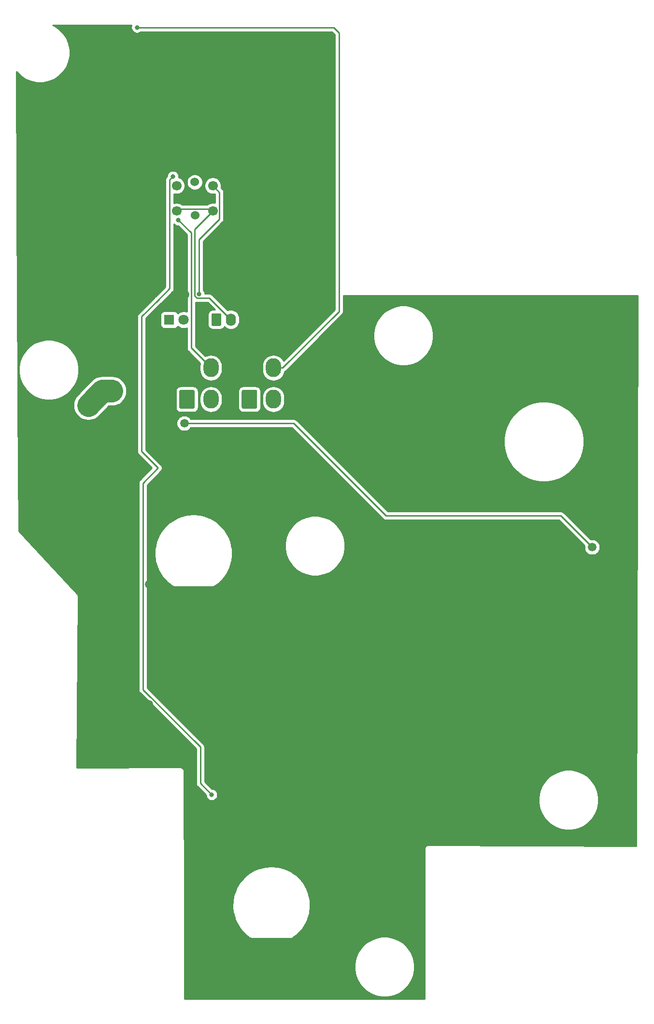
<source format=gbr>
%TF.GenerationSoftware,KiCad,Pcbnew,(5.1.6)-1*%
%TF.CreationDate,2021-07-24T00:53:29+10:00*%
%TF.ProjectId,DISP-EMC Panel PCB V1,44495350-2d45-44d4-9320-50616e656c20,rev?*%
%TF.SameCoordinates,Original*%
%TF.FileFunction,Copper,L2,Bot*%
%TF.FilePolarity,Positive*%
%FSLAX46Y46*%
G04 Gerber Fmt 4.6, Leading zero omitted, Abs format (unit mm)*
G04 Created by KiCad (PCBNEW (5.1.6)-1) date 2021-07-24 00:53:29*
%MOMM*%
%LPD*%
G01*
G04 APERTURE LIST*
%TA.AperFunction,ComponentPad*%
%ADD10O,2.700000X3.300000*%
%TD*%
%TA.AperFunction,ComponentPad*%
%ADD11C,1.524000*%
%TD*%
%TA.AperFunction,ComponentPad*%
%ADD12C,1.700000*%
%TD*%
%TA.AperFunction,ComponentPad*%
%ADD13O,1.740000X2.190000*%
%TD*%
%TA.AperFunction,ComponentPad*%
%ADD14C,1.800000*%
%TD*%
%TA.AperFunction,ComponentPad*%
%ADD15R,1.800000X1.800000*%
%TD*%
%TA.AperFunction,ViaPad*%
%ADD16C,1.500000*%
%TD*%
%TA.AperFunction,ViaPad*%
%ADD17C,0.800000*%
%TD*%
%TA.AperFunction,Conductor*%
%ADD18C,4.000000*%
%TD*%
%TA.AperFunction,Conductor*%
%ADD19C,0.250000*%
%TD*%
%TA.AperFunction,Conductor*%
%ADD20C,0.254000*%
%TD*%
G04 APERTURE END LIST*
D10*
%TO.P,J2,4*%
%TO.N,/DATAOUT*%
X79400000Y-69400000D03*
%TO.P,J2,3*%
%TO.N,/LEDGND*%
X75200000Y-69400000D03*
%TO.P,J2,2*%
%TO.N,/LED+5V*%
X79400000Y-74900000D03*
%TO.P,J2,1*%
%TA.AperFunction,ComponentPad*%
G36*
G01*
X73850000Y-76299999D02*
X73850000Y-73500001D01*
G75*
G02*
X74100001Y-73250000I250001J0D01*
G01*
X76299999Y-73250000D01*
G75*
G02*
X76550000Y-73500001I0J-250001D01*
G01*
X76550000Y-76299999D01*
G75*
G02*
X76299999Y-76550000I-250001J0D01*
G01*
X74100001Y-76550000D01*
G75*
G02*
X73850000Y-76299999I0J250001D01*
G01*
G37*
%TD.AperFunction*%
%TD*%
%TO.P,J1,4*%
%TO.N,/DATAIN*%
X90350000Y-69400000D03*
%TO.P,J1,3*%
%TO.N,/LEDGND*%
X86150000Y-69400000D03*
%TO.P,J1,2*%
%TO.N,/LED+5V*%
X90350000Y-74900000D03*
%TO.P,J1,1*%
%TA.AperFunction,ComponentPad*%
G36*
G01*
X84800000Y-76299999D02*
X84800000Y-73500001D01*
G75*
G02*
X85050001Y-73250000I250001J0D01*
G01*
X87249999Y-73250000D01*
G75*
G02*
X87500000Y-73500001I0J-250001D01*
G01*
X87500000Y-76299999D01*
G75*
G02*
X87249999Y-76550000I-250001J0D01*
G01*
X85050001Y-76550000D01*
G75*
G02*
X84800000Y-76299999I0J250001D01*
G01*
G37*
%TD.AperFunction*%
%TD*%
D11*
%TO.P,SW1,6*%
%TO.N,Net-(SW1-Pad6)*%
X76595600Y-42671800D03*
%TO.P,SW1,5*%
%TO.N,Net-(SW1-Pad5)*%
X76555600Y-36880800D03*
D12*
%TO.P,SW1,4*%
%TO.N,/Row1*%
X79730600Y-41960800D03*
%TO.P,SW1,3*%
X73380600Y-41960800D03*
%TO.P,SW1,2*%
%TO.N,Net-(D80-Pad1)*%
X79730600Y-37515800D03*
%TO.P,SW1,1*%
X73380600Y-37515800D03*
%TD*%
D13*
%TO.P,J3,2*%
%TO.N,/Row1*%
X82900000Y-60950000D03*
%TO.P,J3,1*%
%TO.N,/Column1*%
%TA.AperFunction,ComponentPad*%
G36*
G01*
X79490000Y-61795001D02*
X79490000Y-60104999D01*
G75*
G02*
X79739999Y-59855000I249999J0D01*
G01*
X80980001Y-59855000D01*
G75*
G02*
X81230000Y-60104999I0J-249999D01*
G01*
X81230000Y-61795001D01*
G75*
G02*
X80980001Y-62045000I-249999J0D01*
G01*
X79739999Y-62045000D01*
G75*
G02*
X79490000Y-61795001I0J249999D01*
G01*
G37*
%TD.AperFunction*%
%TD*%
D14*
%TO.P,D1,2*%
%TO.N,/LED+5V*%
X74644800Y-60998600D03*
D15*
%TO.P,D1,1*%
%TO.N,Net-(D1-Pad1)*%
X72104800Y-60998600D03*
%TD*%
%TO.P,C1,2*%
%TO.N,/LEDGND*%
%TA.AperFunction,SMDPad,CuDef*%
G36*
G01*
X62991400Y-68705200D02*
X60991400Y-68705200D01*
G75*
G02*
X60741400Y-68455200I0J250000D01*
G01*
X60741400Y-65455200D01*
G75*
G02*
X60991400Y-65205200I250000J0D01*
G01*
X62991400Y-65205200D01*
G75*
G02*
X63241400Y-65455200I0J-250000D01*
G01*
X63241400Y-68455200D01*
G75*
G02*
X62991400Y-68705200I-250000J0D01*
G01*
G37*
%TD.AperFunction*%
%TO.P,C1,1*%
%TO.N,/LED+5V*%
%TA.AperFunction,SMDPad,CuDef*%
G36*
G01*
X62991400Y-75205200D02*
X60991400Y-75205200D01*
G75*
G02*
X60741400Y-74955200I0J250000D01*
G01*
X60741400Y-71955200D01*
G75*
G02*
X60991400Y-71705200I250000J0D01*
G01*
X62991400Y-71705200D01*
G75*
G02*
X63241400Y-71955200I0J-250000D01*
G01*
X63241400Y-74955200D01*
G75*
G02*
X62991400Y-75205200I-250000J0D01*
G01*
G37*
%TD.AperFunction*%
%TD*%
D16*
%TO.N,/LEDGND*%
X99441000Y-176022000D03*
X82804000Y-168021000D03*
X99314000Y-155448000D03*
X102108000Y-148717000D03*
X81280000Y-150622000D03*
X133350000Y-139065000D03*
X110109000Y-139192000D03*
X102438000Y-139116000D03*
X94615000Y-139065000D03*
X68529000Y-135585000D03*
X68478400Y-128295000D03*
X81559400Y-113894000D03*
X68580000Y-107315000D03*
X66802000Y-87376000D03*
X75031600Y-87274400D03*
X83058000Y-87630000D03*
X91059000Y-88011000D03*
X152197000Y-106375000D03*
X143002000Y-106037000D03*
X133782000Y-105400000D03*
X108876000Y-100517000D03*
X112382000Y-72212200D03*
X111976000Y-81026000D03*
X111661000Y-89992200D03*
X122400000Y-81666100D03*
X143307000Y-68226900D03*
X143027000Y-60909200D03*
X126873000Y-71694000D03*
X99771200Y-55321200D03*
X83845400Y-57378600D03*
X65684400Y-49606200D03*
X85039200Y-34391600D03*
X70840600Y-34467800D03*
X63525400Y-34010600D03*
X74142600Y-28702000D03*
X81026000Y-27686000D03*
X89405800Y-27586600D03*
X99542600Y-30251400D03*
X72313800Y-27330400D03*
X53162200Y-55067200D03*
X74853800Y-56591200D03*
X70373240Y-44963080D03*
X56350000Y-29000000D03*
X56275000Y-36325000D03*
X56300000Y-44000000D03*
X63100000Y-57950000D03*
X61850000Y-24550000D03*
X64350000Y-16050000D03*
X73600000Y-18050000D03*
X81950000Y-18500000D03*
X90300000Y-18500000D03*
X99300000Y-16000000D03*
X99800000Y-24550000D03*
X93250000Y-57150000D03*
X99300000Y-37850000D03*
X116150000Y-104950000D03*
X125400000Y-103600000D03*
X85250000Y-93050000D03*
X88600000Y-106650000D03*
X87137500Y-138787500D03*
X79400000Y-139050000D03*
X118050000Y-138900000D03*
X125500000Y-138800000D03*
X142100000Y-138650000D03*
X151000000Y-138850000D03*
X102200000Y-168700000D03*
X90350000Y-178000000D03*
X82200000Y-157200000D03*
X137325000Y-72525000D03*
X123500000Y-89450000D03*
X136925000Y-93075000D03*
X69900000Y-95050000D03*
X99650000Y-46100000D03*
X106989600Y-64160400D03*
X65300000Y-39450000D03*
X126492000Y-85090000D03*
X125603000Y-78867000D03*
%TO.N,/LED+5V*%
X57912000Y-75946000D03*
X59055000Y-74803000D03*
D17*
%TO.N,/DATAIN*%
X66450000Y-9800000D03*
%TO.N,/DATAOUT*%
X73700000Y-43550000D03*
D16*
%TO.N,Net-(D45-Pad2)*%
X146221700Y-100778300D03*
X74750000Y-79100000D03*
D17*
%TO.N,Net-(D75-Pad2)*%
X72719500Y-35900700D03*
X79537560Y-144112440D03*
%TO.N,Net-(D80-Pad1)*%
X77300000Y-56450000D03*
%TD*%
D18*
%TO.N,/LED+5V*%
X61991400Y-73455200D02*
X60402800Y-73455200D01*
X60402800Y-73455200D02*
X59055000Y-74803000D01*
X57912000Y-75946000D02*
X57912000Y-75946000D01*
X59055000Y-74803000D02*
X57912000Y-75946000D01*
D19*
%TO.N,/DATAIN*%
X91950000Y-69400000D02*
X101850000Y-59500000D01*
X90350000Y-69400000D02*
X91950000Y-69400000D01*
X101850000Y-10750000D02*
X100900000Y-9800000D01*
X101850000Y-59500000D02*
X101850000Y-10750000D01*
X100900000Y-9800000D02*
X66450000Y-9800000D01*
X66450000Y-9800000D02*
X66450000Y-9800000D01*
%TO.N,/DATAOUT*%
X75928801Y-65928801D02*
X79400000Y-69400000D01*
X75928801Y-45778801D02*
X75928801Y-65928801D01*
X73700000Y-43550000D02*
X75928801Y-45778801D01*
%TO.N,Net-(D45-Pad2)*%
X140726999Y-95283599D02*
X110083599Y-95283599D01*
X146221700Y-100778300D02*
X140726999Y-95283599D01*
X110083599Y-95283599D02*
X93900000Y-79100000D01*
X93900000Y-79100000D02*
X74750000Y-79100000D01*
%TO.N,Net-(D75-Pad2)*%
X72169900Y-36450300D02*
X72719500Y-35900700D01*
X77532800Y-135777900D02*
X67460900Y-125706000D01*
X72169900Y-55515900D02*
X72169900Y-36450300D01*
X67460900Y-125706000D02*
X67460900Y-89583900D01*
X67460900Y-89583900D02*
X70124300Y-86920500D01*
X70124300Y-57561500D02*
X72169900Y-55515900D01*
X70124300Y-57561500D02*
X70093820Y-57561500D01*
X70093820Y-57561500D02*
X67251580Y-60403740D01*
X67251580Y-84047780D02*
X70124300Y-86920500D01*
X67251580Y-60403740D02*
X67251580Y-84047780D01*
X77532800Y-142107680D02*
X79537560Y-144112440D01*
X77532800Y-135777900D02*
X77532800Y-142107680D01*
%TO.N,Net-(D80-Pad1)*%
X77300000Y-56450000D02*
X77300000Y-46950000D01*
X80905601Y-43344399D02*
X80905601Y-38690801D01*
X80905601Y-38690801D02*
X79730600Y-37515800D01*
X77300000Y-46950000D02*
X80905601Y-43344399D01*
%TO.N,/Row1*%
X79730600Y-41960800D02*
X79345200Y-41575400D01*
X79345200Y-41575400D02*
X73766000Y-41575400D01*
X73766000Y-41575400D02*
X73380600Y-41960800D01*
X76574999Y-56798001D02*
X76574999Y-45116401D01*
X76574999Y-45116401D02*
X79730600Y-41960800D01*
X79125001Y-57175001D02*
X76951999Y-57175001D01*
X76951999Y-57175001D02*
X76574999Y-56798001D01*
X82900000Y-60950000D02*
X79125001Y-57175001D01*
%TD*%
D20*
%TO.N,/LEDGND*%
G36*
X65454774Y-9498102D02*
G01*
X65415000Y-9698061D01*
X65415000Y-9901939D01*
X65454774Y-10101898D01*
X65532795Y-10290256D01*
X65646063Y-10459774D01*
X65790226Y-10603937D01*
X65959744Y-10717205D01*
X66148102Y-10795226D01*
X66348061Y-10835000D01*
X66551939Y-10835000D01*
X66751898Y-10795226D01*
X66940256Y-10717205D01*
X67109774Y-10603937D01*
X67153711Y-10560000D01*
X100585199Y-10560000D01*
X101090001Y-11064803D01*
X101090000Y-59185198D01*
X92104204Y-68170995D01*
X92008453Y-67991857D01*
X91760398Y-67689602D01*
X91458143Y-67441547D01*
X91113301Y-67257226D01*
X90739127Y-67143722D01*
X90350000Y-67105396D01*
X89960872Y-67143722D01*
X89586698Y-67257226D01*
X89241857Y-67441547D01*
X88939602Y-67689602D01*
X88691547Y-67991857D01*
X88507226Y-68336699D01*
X88393722Y-68710873D01*
X88365000Y-69002491D01*
X88365000Y-69797510D01*
X88393722Y-70089128D01*
X88507226Y-70463302D01*
X88691547Y-70808143D01*
X88939603Y-71110398D01*
X89241858Y-71358453D01*
X89586699Y-71542774D01*
X89960873Y-71656278D01*
X90350000Y-71694604D01*
X90739128Y-71656278D01*
X91113302Y-71542774D01*
X91458143Y-71358453D01*
X91760398Y-71110398D01*
X92008453Y-70808143D01*
X92192774Y-70463302D01*
X92306278Y-70089127D01*
X92308129Y-70070331D01*
X92374276Y-70034974D01*
X92490001Y-69940001D01*
X92513804Y-69910997D01*
X99190540Y-63234261D01*
X107854600Y-63234261D01*
X107854600Y-64273739D01*
X108057392Y-65293244D01*
X108455183Y-66253597D01*
X109032687Y-67117891D01*
X109767709Y-67852913D01*
X110632003Y-68430417D01*
X111592356Y-68828208D01*
X112611861Y-69031000D01*
X113651339Y-69031000D01*
X114670844Y-68828208D01*
X115631197Y-68430417D01*
X116495491Y-67852913D01*
X117230513Y-67117891D01*
X117808017Y-66253597D01*
X118205808Y-65293244D01*
X118408600Y-64273739D01*
X118408600Y-63234261D01*
X118205808Y-62214756D01*
X117808017Y-61254403D01*
X117230513Y-60390109D01*
X116495491Y-59655087D01*
X115631197Y-59077583D01*
X114670844Y-58679792D01*
X113651339Y-58477000D01*
X112611861Y-58477000D01*
X111592356Y-58679792D01*
X110632003Y-59077583D01*
X109767709Y-59655087D01*
X109032687Y-60390109D01*
X108455183Y-61254403D01*
X108057392Y-62214756D01*
X107854600Y-63234261D01*
X99190540Y-63234261D01*
X102361004Y-60063798D01*
X102390001Y-60040001D01*
X102484974Y-59924276D01*
X102555546Y-59792247D01*
X102599003Y-59648986D01*
X102610000Y-59537333D01*
X102610000Y-59537324D01*
X102613676Y-59500001D01*
X102610000Y-59462678D01*
X102610000Y-56768431D01*
X154201736Y-56743519D01*
X153901065Y-153058541D01*
X117533630Y-152933910D01*
X117499775Y-152930608D01*
X117436594Y-152936891D01*
X117373247Y-152942911D01*
X117371852Y-152943329D01*
X117370404Y-152943473D01*
X117309637Y-152961969D01*
X117248709Y-152980224D01*
X117247422Y-152980906D01*
X117246030Y-152981330D01*
X117189998Y-153011347D01*
X117133842Y-153041116D01*
X117132714Y-153042035D01*
X117131430Y-153042723D01*
X117082316Y-153083108D01*
X117033062Y-153123248D01*
X117032134Y-153124371D01*
X117031010Y-153125295D01*
X116990755Y-153174440D01*
X116950241Y-153223463D01*
X116949550Y-153224746D01*
X116948628Y-153225871D01*
X116918722Y-153281948D01*
X116888564Y-153337909D01*
X116888137Y-153339300D01*
X116887451Y-153340586D01*
X116869047Y-153401462D01*
X116850398Y-153462189D01*
X116850250Y-153463637D01*
X116849829Y-153465031D01*
X116843659Y-153528289D01*
X116837211Y-153591528D01*
X116840430Y-153625397D01*
X116865177Y-179857800D01*
X74775960Y-179857800D01*
X74764431Y-173724261D01*
X104552600Y-173724261D01*
X104552600Y-174763739D01*
X104755392Y-175783244D01*
X105153183Y-176743597D01*
X105730687Y-177607891D01*
X106465709Y-178342913D01*
X107330003Y-178920417D01*
X108290356Y-179318208D01*
X109309861Y-179521000D01*
X110349339Y-179521000D01*
X111368844Y-179318208D01*
X112329197Y-178920417D01*
X113193491Y-178342913D01*
X113928513Y-177607891D01*
X114506017Y-176743597D01*
X114903808Y-175783244D01*
X115106600Y-174763739D01*
X115106600Y-173724261D01*
X114903808Y-172704756D01*
X114506017Y-171744403D01*
X113928513Y-170880109D01*
X113193491Y-170145087D01*
X112329197Y-169567583D01*
X111368844Y-169169792D01*
X110349339Y-168967000D01*
X109309861Y-168967000D01*
X108290356Y-169169792D01*
X107330003Y-169567583D01*
X106465709Y-170145087D01*
X105730687Y-170880109D01*
X105153183Y-171744403D01*
X104755392Y-172704756D01*
X104552600Y-173724261D01*
X74764431Y-173724261D01*
X74745504Y-163655211D01*
X83162470Y-163655211D01*
X83166800Y-163721754D01*
X83274485Y-164693591D01*
X83279350Y-164718803D01*
X83281911Y-164744353D01*
X83296824Y-164809348D01*
X83558503Y-165751466D01*
X83567338Y-165775579D01*
X83573950Y-165800388D01*
X83599062Y-165862162D01*
X84008002Y-166750325D01*
X84020577Y-166772713D01*
X84031072Y-166796149D01*
X84065738Y-166853113D01*
X84611418Y-167664468D01*
X84627411Y-167684558D01*
X84641517Y-167706013D01*
X84684845Y-167756702D01*
X85353226Y-168470377D01*
X85372225Y-168487651D01*
X85389580Y-168506575D01*
X85440455Y-168549685D01*
X86205839Y-169140752D01*
X86253506Y-169179839D01*
X86381221Y-169248038D01*
X86519786Y-169290010D01*
X86627770Y-169300602D01*
X93358054Y-169297907D01*
X93466030Y-169287229D01*
X93604561Y-169245145D01*
X93732221Y-169176844D01*
X93778354Y-169138952D01*
X94494294Y-168591121D01*
X94511941Y-168575219D01*
X94531031Y-168561081D01*
X94579223Y-168514991D01*
X95254475Y-167807814D01*
X95270660Y-167787883D01*
X95288588Y-167769496D01*
X95328777Y-167716312D01*
X95328791Y-167716294D01*
X95328796Y-167716285D01*
X95882291Y-166910254D01*
X95895079Y-166887994D01*
X95909839Y-166866975D01*
X95941018Y-166808030D01*
X96358528Y-165923864D01*
X96367594Y-165899843D01*
X96378802Y-165876737D01*
X96400156Y-165813565D01*
X96670934Y-164874020D01*
X96676043Y-164848858D01*
X96683412Y-164824259D01*
X96694392Y-164758486D01*
X96811472Y-163787736D01*
X96812492Y-163762083D01*
X96815834Y-163736619D01*
X96816156Y-163669936D01*
X96776524Y-162692954D01*
X96773429Y-162667465D01*
X96772657Y-162641798D01*
X96762314Y-162575921D01*
X96566992Y-161617844D01*
X96559860Y-161593173D01*
X96554995Y-161567963D01*
X96534253Y-161504587D01*
X96188264Y-160590063D01*
X96177282Y-160566854D01*
X96168447Y-160542742D01*
X96137839Y-160483498D01*
X95650087Y-159636055D01*
X95635535Y-159614901D01*
X95622959Y-159592511D01*
X95583272Y-159538923D01*
X94966304Y-158780363D01*
X94948554Y-158761804D01*
X94932563Y-158741717D01*
X94884819Y-158695163D01*
X94154506Y-158045003D01*
X94134020Y-158029522D01*
X94115021Y-158012249D01*
X94060449Y-157973927D01*
X93235583Y-157448894D01*
X93212884Y-157436887D01*
X93191369Y-157422874D01*
X93131383Y-157393776D01*
X93131371Y-157393770D01*
X93131365Y-157393768D01*
X92233174Y-157007372D01*
X92208854Y-156999151D01*
X92185369Y-156988755D01*
X92121507Y-156969624D01*
X92121489Y-156969618D01*
X92121480Y-156969617D01*
X91173068Y-156731795D01*
X91147739Y-156727567D01*
X91122900Y-156721061D01*
X91056784Y-156712383D01*
X90082539Y-156629254D01*
X90056864Y-156629130D01*
X90031302Y-156626679D01*
X89964649Y-156628684D01*
X89964647Y-156628684D01*
X88989645Y-156702387D01*
X88964279Y-156706370D01*
X88938654Y-156708037D01*
X88873179Y-156720673D01*
X87922501Y-156949313D01*
X87898093Y-156957302D01*
X87873071Y-156963043D01*
X87810466Y-156985981D01*
X87810457Y-156985984D01*
X87810453Y-156985986D01*
X86908564Y-157363679D01*
X86885748Y-157375467D01*
X86861966Y-157385135D01*
X86803826Y-157417792D01*
X85973920Y-157934823D01*
X85953287Y-157950103D01*
X85931349Y-157963454D01*
X85879178Y-158004987D01*
X85142613Y-158648054D01*
X85124686Y-158666439D01*
X85105169Y-158683122D01*
X85060309Y-158732461D01*
X84436032Y-159485019D01*
X84421271Y-159506039D01*
X84404676Y-159525624D01*
X84368282Y-159581500D01*
X83872356Y-160424187D01*
X83861149Y-160447291D01*
X83847895Y-160469282D01*
X83820903Y-160530259D01*
X83466086Y-161441394D01*
X83458717Y-161465992D01*
X83449149Y-161489821D01*
X83432254Y-161554328D01*
X83227675Y-162510472D01*
X83224334Y-162535925D01*
X83218698Y-162560983D01*
X83212333Y-162627363D01*
X83163255Y-163603915D01*
X83164027Y-163629583D01*
X83162470Y-163655211D01*
X74745504Y-163655211D01*
X74701058Y-140010310D01*
X74704190Y-139977613D01*
X74697662Y-139913115D01*
X74691205Y-139848795D01*
X74691125Y-139848534D01*
X74691098Y-139848265D01*
X74672187Y-139786525D01*
X74653231Y-139724456D01*
X74653103Y-139724217D01*
X74653023Y-139723957D01*
X74622479Y-139667183D01*
X74591731Y-139609915D01*
X74591557Y-139609704D01*
X74591429Y-139609466D01*
X74550475Y-139559837D01*
X74509065Y-139509572D01*
X74508854Y-139509399D01*
X74508681Y-139509190D01*
X74458559Y-139468281D01*
X74408412Y-139427284D01*
X74408172Y-139427156D01*
X74407961Y-139426984D01*
X74350559Y-139396501D01*
X74293640Y-139366215D01*
X74293381Y-139366137D01*
X74293140Y-139366009D01*
X74231415Y-139347466D01*
X74169160Y-139328708D01*
X74168886Y-139328682D01*
X74168628Y-139328604D01*
X74104778Y-139322489D01*
X74039754Y-139316209D01*
X74007070Y-139319490D01*
X55859705Y-139368404D01*
X56107840Y-109418494D01*
X56111029Y-109394337D01*
X56108377Y-109353650D01*
X56108445Y-109345451D01*
X56106269Y-109321306D01*
X56102573Y-109264603D01*
X56100440Y-109256630D01*
X56099699Y-109248411D01*
X56083657Y-109193907D01*
X56068969Y-109139013D01*
X56065321Y-109131608D01*
X56062991Y-109123693D01*
X56036642Y-109073399D01*
X56011511Y-109022391D01*
X56006484Y-109015835D01*
X56002658Y-109008532D01*
X55967008Y-108964351D01*
X55952225Y-108945071D01*
X55946611Y-108939072D01*
X55921017Y-108907354D01*
X55902317Y-108891746D01*
X45718205Y-98010435D01*
X45600003Y-75946000D01*
X55264251Y-75946000D01*
X55315127Y-76462550D01*
X55465799Y-76959250D01*
X55710477Y-77417011D01*
X56039759Y-77818241D01*
X56440989Y-78147523D01*
X56898750Y-78392201D01*
X57395450Y-78542873D01*
X57782558Y-78581000D01*
X57782566Y-78581000D01*
X57912000Y-78593748D01*
X58041434Y-78581000D01*
X58041442Y-78581000D01*
X58428550Y-78542873D01*
X58925250Y-78392201D01*
X59383011Y-78147523D01*
X59784241Y-77818241D01*
X59866758Y-77717694D01*
X61494252Y-76090200D01*
X62120842Y-76090200D01*
X62507950Y-76052073D01*
X63004650Y-75901401D01*
X63140961Y-75828542D01*
X63164654Y-75826208D01*
X63331250Y-75775672D01*
X63484786Y-75693605D01*
X63619362Y-75583162D01*
X63729805Y-75448586D01*
X63740573Y-75428441D01*
X63863641Y-75327441D01*
X64192923Y-74926211D01*
X64437601Y-74468450D01*
X64588273Y-73971750D01*
X64639149Y-73455200D01*
X64588273Y-72938650D01*
X64437601Y-72441950D01*
X64192923Y-71984189D01*
X63863641Y-71582959D01*
X63740573Y-71481959D01*
X63729805Y-71461814D01*
X63619362Y-71327238D01*
X63484786Y-71216795D01*
X63331250Y-71134728D01*
X63164654Y-71084192D01*
X63140961Y-71081858D01*
X63004650Y-71008999D01*
X62507950Y-70858327D01*
X62120842Y-70820200D01*
X60532233Y-70820200D01*
X60402799Y-70807452D01*
X60273365Y-70820200D01*
X60273358Y-70820200D01*
X59937758Y-70853254D01*
X59886249Y-70858327D01*
X59389550Y-71008999D01*
X58931789Y-71253677D01*
X58530559Y-71582959D01*
X58448042Y-71683506D01*
X56140306Y-73991242D01*
X56039759Y-74073759D01*
X55710477Y-74474989D01*
X55465799Y-74932750D01*
X55315127Y-75429450D01*
X55264251Y-75946000D01*
X45600003Y-75946000D01*
X45564017Y-69228661D01*
X45700800Y-69228661D01*
X45700800Y-70268139D01*
X45903592Y-71287644D01*
X46301383Y-72247997D01*
X46878887Y-73112291D01*
X47613909Y-73847313D01*
X48478203Y-74424817D01*
X49438556Y-74822608D01*
X50458061Y-75025400D01*
X51497539Y-75025400D01*
X52517044Y-74822608D01*
X53477397Y-74424817D01*
X54341691Y-73847313D01*
X55076713Y-73112291D01*
X55654217Y-72247997D01*
X56052008Y-71287644D01*
X56254800Y-70268139D01*
X56254800Y-69228661D01*
X56052008Y-68209156D01*
X55654217Y-67248803D01*
X55076713Y-66384509D01*
X54341691Y-65649487D01*
X53477397Y-65071983D01*
X52517044Y-64674192D01*
X51497539Y-64471400D01*
X50458061Y-64471400D01*
X49438556Y-64674192D01*
X48478203Y-65071983D01*
X47613909Y-65649487D01*
X46878887Y-66384509D01*
X46301383Y-67248803D01*
X45903592Y-68209156D01*
X45700800Y-69228661D01*
X45564017Y-69228661D01*
X45516741Y-60403740D01*
X66487904Y-60403740D01*
X66491580Y-60441062D01*
X66491581Y-84010447D01*
X66487904Y-84047780D01*
X66502578Y-84196765D01*
X66546034Y-84340026D01*
X66616606Y-84472056D01*
X66687781Y-84558782D01*
X66711580Y-84587781D01*
X66740578Y-84611579D01*
X69049498Y-86920500D01*
X66949898Y-89020101D01*
X66920900Y-89043899D01*
X66897102Y-89072897D01*
X66897101Y-89072898D01*
X66825926Y-89159624D01*
X66755354Y-89291654D01*
X66711898Y-89434915D01*
X66697224Y-89583900D01*
X66700901Y-89621233D01*
X66700900Y-125668678D01*
X66697224Y-125706000D01*
X66700900Y-125743322D01*
X66700900Y-125743332D01*
X66711897Y-125854985D01*
X66755354Y-125998246D01*
X66825926Y-126130276D01*
X66865771Y-126178826D01*
X66920899Y-126246001D01*
X66949903Y-126269804D01*
X76772800Y-136092702D01*
X76772801Y-142070348D01*
X76769124Y-142107680D01*
X76783798Y-142256665D01*
X76827254Y-142399926D01*
X76897826Y-142531956D01*
X76969001Y-142618682D01*
X76992800Y-142647681D01*
X77021798Y-142671479D01*
X78502560Y-144152242D01*
X78502560Y-144214379D01*
X78542334Y-144414338D01*
X78620355Y-144602696D01*
X78733623Y-144772214D01*
X78877786Y-144916377D01*
X79047304Y-145029645D01*
X79235662Y-145107666D01*
X79435621Y-145147440D01*
X79639499Y-145147440D01*
X79839458Y-145107666D01*
X80027816Y-145029645D01*
X80197334Y-144916377D01*
X80341497Y-144772214D01*
X80454765Y-144602696D01*
X80491396Y-144514261D01*
X136810600Y-144514261D01*
X136810600Y-145553739D01*
X137013392Y-146573244D01*
X137411183Y-147533597D01*
X137988687Y-148397891D01*
X138723709Y-149132913D01*
X139588003Y-149710417D01*
X140548356Y-150108208D01*
X141567861Y-150311000D01*
X142607339Y-150311000D01*
X143626844Y-150108208D01*
X144587197Y-149710417D01*
X145451491Y-149132913D01*
X146186513Y-148397891D01*
X146764017Y-147533597D01*
X147161808Y-146573244D01*
X147364600Y-145553739D01*
X147364600Y-144514261D01*
X147161808Y-143494756D01*
X146764017Y-142534403D01*
X146186513Y-141670109D01*
X145451491Y-140935087D01*
X144587197Y-140357583D01*
X143626844Y-139959792D01*
X142607339Y-139757000D01*
X141567861Y-139757000D01*
X140548356Y-139959792D01*
X139588003Y-140357583D01*
X138723709Y-140935087D01*
X137988687Y-141670109D01*
X137411183Y-142534403D01*
X137013392Y-143494756D01*
X136810600Y-144514261D01*
X80491396Y-144514261D01*
X80532786Y-144414338D01*
X80572560Y-144214379D01*
X80572560Y-144010501D01*
X80532786Y-143810542D01*
X80454765Y-143622184D01*
X80341497Y-143452666D01*
X80197334Y-143308503D01*
X80027816Y-143195235D01*
X79839458Y-143117214D01*
X79639499Y-143077440D01*
X79577362Y-143077440D01*
X78292800Y-141792879D01*
X78292800Y-135815233D01*
X78296477Y-135777900D01*
X78281803Y-135628914D01*
X78238346Y-135485653D01*
X78167774Y-135353624D01*
X78096599Y-135266897D01*
X78072801Y-135237899D01*
X78043804Y-135214102D01*
X68220900Y-125391199D01*
X68220900Y-102060210D01*
X69509969Y-102060210D01*
X69514299Y-102126753D01*
X69621985Y-103098591D01*
X69626850Y-103123801D01*
X69629411Y-103149352D01*
X69644324Y-103214347D01*
X69906002Y-104156466D01*
X69914837Y-104180579D01*
X69921449Y-104205388D01*
X69946556Y-104267147D01*
X69946561Y-104267162D01*
X69946562Y-104267163D01*
X70355502Y-105155325D01*
X70368076Y-105177710D01*
X70378571Y-105201147D01*
X70413237Y-105258112D01*
X70958917Y-106069468D01*
X70974909Y-106089557D01*
X70989016Y-106111013D01*
X71032344Y-106161702D01*
X71700725Y-106875376D01*
X71719719Y-106892646D01*
X71737078Y-106911574D01*
X71787953Y-106954684D01*
X72553363Y-107545772D01*
X72601005Y-107584839D01*
X72728720Y-107653038D01*
X72867284Y-107695010D01*
X72975269Y-107705602D01*
X79705554Y-107702908D01*
X79813530Y-107692230D01*
X79952061Y-107650146D01*
X80079721Y-107581845D01*
X80125854Y-107543953D01*
X80841794Y-106996122D01*
X80859441Y-106980220D01*
X80878531Y-106966082D01*
X80926723Y-106919992D01*
X81601975Y-106212815D01*
X81618160Y-106192884D01*
X81636088Y-106174497D01*
X81676277Y-106121313D01*
X81676291Y-106121295D01*
X81676296Y-106121286D01*
X82229791Y-105315255D01*
X82242580Y-105292993D01*
X82257338Y-105271977D01*
X82288518Y-105213031D01*
X82706029Y-104328865D01*
X82715095Y-104304844D01*
X82726303Y-104281738D01*
X82747657Y-104218566D01*
X83018435Y-103279021D01*
X83023544Y-103253858D01*
X83030913Y-103229260D01*
X83041893Y-103163486D01*
X83158972Y-102192736D01*
X83159992Y-102167076D01*
X83163333Y-102141620D01*
X83163656Y-102074937D01*
X83124025Y-101097955D01*
X83120930Y-101072466D01*
X83120158Y-101046799D01*
X83109815Y-100980922D01*
X82917759Y-100038861D01*
X92360600Y-100038861D01*
X92360600Y-101078339D01*
X92563392Y-102097844D01*
X92961183Y-103058197D01*
X93538687Y-103922491D01*
X94273709Y-104657513D01*
X95138003Y-105235017D01*
X96098356Y-105632808D01*
X97117861Y-105835600D01*
X98157339Y-105835600D01*
X99176844Y-105632808D01*
X100137197Y-105235017D01*
X101001491Y-104657513D01*
X101736513Y-103922491D01*
X102314017Y-103058197D01*
X102711808Y-102097844D01*
X102914600Y-101078339D01*
X102914600Y-100038861D01*
X102711808Y-99019356D01*
X102314017Y-98059003D01*
X101736513Y-97194709D01*
X101001491Y-96459687D01*
X100137197Y-95882183D01*
X99176844Y-95484392D01*
X98157339Y-95281600D01*
X97117861Y-95281600D01*
X96098356Y-95484392D01*
X95138003Y-95882183D01*
X94273709Y-96459687D01*
X93538687Y-97194709D01*
X92961183Y-98059003D01*
X92563392Y-99019356D01*
X92360600Y-100038861D01*
X82917759Y-100038861D01*
X82914493Y-100022845D01*
X82907361Y-99998174D01*
X82902496Y-99972964D01*
X82881754Y-99909588D01*
X82535765Y-98995064D01*
X82524783Y-98971855D01*
X82515948Y-98947743D01*
X82485340Y-98888499D01*
X81997588Y-98041056D01*
X81983036Y-98019902D01*
X81970460Y-97997512D01*
X81930773Y-97943924D01*
X81313803Y-97185364D01*
X81296060Y-97166812D01*
X81280064Y-97146719D01*
X81232320Y-97100165D01*
X80502008Y-96450004D01*
X80481521Y-96434523D01*
X80462522Y-96417249D01*
X80407950Y-96378927D01*
X79583084Y-95853894D01*
X79560385Y-95841887D01*
X79538870Y-95827874D01*
X79478884Y-95798776D01*
X79478872Y-95798770D01*
X79478866Y-95798768D01*
X78580675Y-95412372D01*
X78556355Y-95404151D01*
X78532870Y-95393755D01*
X78469008Y-95374624D01*
X78468990Y-95374618D01*
X78468981Y-95374617D01*
X77520569Y-95136795D01*
X77495243Y-95132567D01*
X77470402Y-95126061D01*
X77404286Y-95117383D01*
X76430041Y-95034253D01*
X76404364Y-95034129D01*
X76378803Y-95031678D01*
X76312149Y-95033683D01*
X75337145Y-95107387D01*
X75311779Y-95111370D01*
X75286155Y-95113037D01*
X75220684Y-95125672D01*
X75220679Y-95125673D01*
X75220676Y-95125674D01*
X74270002Y-95354313D01*
X74245596Y-95362301D01*
X74220571Y-95368043D01*
X74157966Y-95390981D01*
X74157957Y-95390984D01*
X74157953Y-95390986D01*
X73256065Y-95768678D01*
X73233256Y-95780462D01*
X73209465Y-95790134D01*
X73151325Y-95822791D01*
X72321420Y-96339822D01*
X72300783Y-96355106D01*
X72278850Y-96368453D01*
X72226680Y-96409985D01*
X71490113Y-97053052D01*
X71472180Y-97071443D01*
X71452669Y-97088121D01*
X71407809Y-97137460D01*
X70783532Y-97890018D01*
X70768771Y-97911038D01*
X70752176Y-97930623D01*
X70715782Y-97986499D01*
X70219856Y-98829186D01*
X70208649Y-98852290D01*
X70195395Y-98874281D01*
X70168403Y-98935258D01*
X69813586Y-99846393D01*
X69806216Y-99870996D01*
X69796650Y-99894819D01*
X69779754Y-99959327D01*
X69575174Y-100915470D01*
X69571833Y-100940926D01*
X69566197Y-100965982D01*
X69559832Y-101032362D01*
X69510754Y-102008914D01*
X69511526Y-102034582D01*
X69509969Y-102060210D01*
X68220900Y-102060210D01*
X68220900Y-89898701D01*
X70635308Y-87484295D01*
X70664301Y-87460501D01*
X70688095Y-87431508D01*
X70688099Y-87431504D01*
X70759273Y-87344777D01*
X70829845Y-87212747D01*
X70829846Y-87212746D01*
X70873303Y-87069486D01*
X70887977Y-86920500D01*
X70873303Y-86771514D01*
X70829846Y-86628253D01*
X70759274Y-86496224D01*
X70688099Y-86409497D01*
X70688089Y-86409487D01*
X70664300Y-86380500D01*
X70635313Y-86356711D01*
X68011580Y-83732979D01*
X68011580Y-78963589D01*
X73365000Y-78963589D01*
X73365000Y-79236411D01*
X73418225Y-79503989D01*
X73522629Y-79756043D01*
X73674201Y-79982886D01*
X73867114Y-80175799D01*
X74093957Y-80327371D01*
X74346011Y-80431775D01*
X74613589Y-80485000D01*
X74886411Y-80485000D01*
X75153989Y-80431775D01*
X75406043Y-80327371D01*
X75632886Y-80175799D01*
X75825799Y-79982886D01*
X75907909Y-79860000D01*
X93585199Y-79860000D01*
X109519799Y-95794601D01*
X109543598Y-95823600D01*
X109659323Y-95918573D01*
X109791352Y-95989145D01*
X109934613Y-96032602D01*
X110046266Y-96043599D01*
X110046275Y-96043599D01*
X110083598Y-96047275D01*
X110120921Y-96043599D01*
X140412198Y-96043599D01*
X144865533Y-100496935D01*
X144836700Y-100641889D01*
X144836700Y-100914711D01*
X144889925Y-101182289D01*
X144994329Y-101434343D01*
X145145901Y-101661186D01*
X145338814Y-101854099D01*
X145565657Y-102005671D01*
X145817711Y-102110075D01*
X146085289Y-102163300D01*
X146358111Y-102163300D01*
X146625689Y-102110075D01*
X146877743Y-102005671D01*
X147104586Y-101854099D01*
X147297499Y-101661186D01*
X147449071Y-101434343D01*
X147553475Y-101182289D01*
X147606700Y-100914711D01*
X147606700Y-100641889D01*
X147553475Y-100374311D01*
X147449071Y-100122257D01*
X147297499Y-99895414D01*
X147104586Y-99702501D01*
X146877743Y-99550929D01*
X146625689Y-99446525D01*
X146358111Y-99393300D01*
X146085289Y-99393300D01*
X145940335Y-99422133D01*
X141290803Y-94772602D01*
X141267000Y-94743598D01*
X141151275Y-94648625D01*
X141019246Y-94578053D01*
X140875985Y-94534596D01*
X140764332Y-94523599D01*
X140764321Y-94523599D01*
X140726999Y-94519923D01*
X140689677Y-94523599D01*
X110398401Y-94523599D01*
X97616888Y-81742086D01*
X130706061Y-81742086D01*
X130706061Y-82849914D01*
X130879364Y-83944101D01*
X131221701Y-84997708D01*
X131724644Y-85984789D01*
X132375808Y-86881040D01*
X133159160Y-87664392D01*
X134055411Y-88315556D01*
X135042492Y-88818499D01*
X136096099Y-89160836D01*
X137190286Y-89334139D01*
X138298114Y-89334139D01*
X139392301Y-89160836D01*
X140445908Y-88818499D01*
X141432989Y-88315556D01*
X142329240Y-87664392D01*
X143112592Y-86881040D01*
X143763756Y-85984789D01*
X144266699Y-84997708D01*
X144609036Y-83944101D01*
X144782339Y-82849914D01*
X144782339Y-81742086D01*
X144609036Y-80647899D01*
X144266699Y-79594292D01*
X143763756Y-78607211D01*
X143112592Y-77710960D01*
X142329240Y-76927608D01*
X141432989Y-76276444D01*
X140445908Y-75773501D01*
X139392301Y-75431164D01*
X138298114Y-75257861D01*
X137190286Y-75257861D01*
X136096099Y-75431164D01*
X135042492Y-75773501D01*
X134055411Y-76276444D01*
X133159160Y-76927608D01*
X132375808Y-77710960D01*
X131724644Y-78607211D01*
X131221701Y-79594292D01*
X130879364Y-80647899D01*
X130706061Y-81742086D01*
X97616888Y-81742086D01*
X94463804Y-78589003D01*
X94440001Y-78559999D01*
X94324276Y-78465026D01*
X94192247Y-78394454D01*
X94048986Y-78350997D01*
X93937333Y-78340000D01*
X93937322Y-78340000D01*
X93900000Y-78336324D01*
X93862678Y-78340000D01*
X75907909Y-78340000D01*
X75825799Y-78217114D01*
X75632886Y-78024201D01*
X75406043Y-77872629D01*
X75153989Y-77768225D01*
X74886411Y-77715000D01*
X74613589Y-77715000D01*
X74346011Y-77768225D01*
X74093957Y-77872629D01*
X73867114Y-78024201D01*
X73674201Y-78217114D01*
X73522629Y-78443957D01*
X73418225Y-78696011D01*
X73365000Y-78963589D01*
X68011580Y-78963589D01*
X68011580Y-73500001D01*
X73211928Y-73500001D01*
X73211928Y-76299999D01*
X73228992Y-76473253D01*
X73279529Y-76639850D01*
X73361595Y-76793386D01*
X73472039Y-76927961D01*
X73606614Y-77038405D01*
X73760150Y-77120471D01*
X73926747Y-77171008D01*
X74100001Y-77188072D01*
X76299999Y-77188072D01*
X76473253Y-77171008D01*
X76639850Y-77120471D01*
X76793386Y-77038405D01*
X76927961Y-76927961D01*
X77038405Y-76793386D01*
X77120471Y-76639850D01*
X77171008Y-76473253D01*
X77188072Y-76299999D01*
X77188072Y-74502491D01*
X77415000Y-74502491D01*
X77415000Y-75297510D01*
X77443722Y-75589128D01*
X77557226Y-75963302D01*
X77741547Y-76308143D01*
X77989603Y-76610398D01*
X78291858Y-76858453D01*
X78636699Y-77042774D01*
X79010873Y-77156278D01*
X79400000Y-77194604D01*
X79789128Y-77156278D01*
X80163302Y-77042774D01*
X80508143Y-76858453D01*
X80810398Y-76610398D01*
X81058453Y-76308143D01*
X81242774Y-75963302D01*
X81356278Y-75589127D01*
X81385000Y-75297509D01*
X81385000Y-74502490D01*
X81356278Y-74210872D01*
X81242774Y-73836698D01*
X81062807Y-73500001D01*
X84161928Y-73500001D01*
X84161928Y-76299999D01*
X84178992Y-76473253D01*
X84229529Y-76639850D01*
X84311595Y-76793386D01*
X84422039Y-76927961D01*
X84556614Y-77038405D01*
X84710150Y-77120471D01*
X84876747Y-77171008D01*
X85050001Y-77188072D01*
X87249999Y-77188072D01*
X87423253Y-77171008D01*
X87589850Y-77120471D01*
X87743386Y-77038405D01*
X87877961Y-76927961D01*
X87988405Y-76793386D01*
X88070471Y-76639850D01*
X88121008Y-76473253D01*
X88138072Y-76299999D01*
X88138072Y-74502491D01*
X88365000Y-74502491D01*
X88365000Y-75297510D01*
X88393722Y-75589128D01*
X88507226Y-75963302D01*
X88691547Y-76308143D01*
X88939603Y-76610398D01*
X89241858Y-76858453D01*
X89586699Y-77042774D01*
X89960873Y-77156278D01*
X90350000Y-77194604D01*
X90739128Y-77156278D01*
X91113302Y-77042774D01*
X91458143Y-76858453D01*
X91760398Y-76610398D01*
X92008453Y-76308143D01*
X92192774Y-75963302D01*
X92306278Y-75589127D01*
X92335000Y-75297509D01*
X92335000Y-74502490D01*
X92306278Y-74210872D01*
X92192774Y-73836698D01*
X92008453Y-73491857D01*
X91760398Y-73189602D01*
X91458143Y-72941547D01*
X91113301Y-72757226D01*
X90739127Y-72643722D01*
X90350000Y-72605396D01*
X89960872Y-72643722D01*
X89586698Y-72757226D01*
X89241857Y-72941547D01*
X88939602Y-73189602D01*
X88691547Y-73491857D01*
X88507226Y-73836699D01*
X88393722Y-74210873D01*
X88365000Y-74502491D01*
X88138072Y-74502491D01*
X88138072Y-73500001D01*
X88121008Y-73326747D01*
X88070471Y-73160150D01*
X87988405Y-73006614D01*
X87877961Y-72872039D01*
X87743386Y-72761595D01*
X87589850Y-72679529D01*
X87423253Y-72628992D01*
X87249999Y-72611928D01*
X85050001Y-72611928D01*
X84876747Y-72628992D01*
X84710150Y-72679529D01*
X84556614Y-72761595D01*
X84422039Y-72872039D01*
X84311595Y-73006614D01*
X84229529Y-73160150D01*
X84178992Y-73326747D01*
X84161928Y-73500001D01*
X81062807Y-73500001D01*
X81058453Y-73491857D01*
X80810398Y-73189602D01*
X80508143Y-72941547D01*
X80163301Y-72757226D01*
X79789127Y-72643722D01*
X79400000Y-72605396D01*
X79010872Y-72643722D01*
X78636698Y-72757226D01*
X78291857Y-72941547D01*
X77989602Y-73189602D01*
X77741547Y-73491857D01*
X77557226Y-73836699D01*
X77443722Y-74210873D01*
X77415000Y-74502491D01*
X77188072Y-74502491D01*
X77188072Y-73500001D01*
X77171008Y-73326747D01*
X77120471Y-73160150D01*
X77038405Y-73006614D01*
X76927961Y-72872039D01*
X76793386Y-72761595D01*
X76639850Y-72679529D01*
X76473253Y-72628992D01*
X76299999Y-72611928D01*
X74100001Y-72611928D01*
X73926747Y-72628992D01*
X73760150Y-72679529D01*
X73606614Y-72761595D01*
X73472039Y-72872039D01*
X73361595Y-73006614D01*
X73279529Y-73160150D01*
X73228992Y-73326747D01*
X73211928Y-73500001D01*
X68011580Y-73500001D01*
X68011580Y-60718541D01*
X70516506Y-58213616D01*
X70548576Y-58196474D01*
X70664301Y-58101501D01*
X70688104Y-58072497D01*
X72680904Y-56079698D01*
X72709901Y-56055901D01*
X72804874Y-55940176D01*
X72875446Y-55808147D01*
X72918903Y-55664886D01*
X72929900Y-55553233D01*
X72929900Y-55553224D01*
X72933576Y-55515901D01*
X72929900Y-55478578D01*
X72929900Y-44243611D01*
X73040226Y-44353937D01*
X73209744Y-44467205D01*
X73398102Y-44545226D01*
X73598061Y-44585000D01*
X73660199Y-44585000D01*
X75168801Y-46093603D01*
X75168802Y-59554177D01*
X75092543Y-59522589D01*
X74795984Y-59463600D01*
X74493616Y-59463600D01*
X74197057Y-59522589D01*
X73917705Y-59638301D01*
X73666295Y-59806288D01*
X73599856Y-59872727D01*
X73594302Y-59854420D01*
X73535337Y-59744106D01*
X73455985Y-59647415D01*
X73359294Y-59568063D01*
X73248980Y-59509098D01*
X73129282Y-59472788D01*
X73004800Y-59460528D01*
X71204800Y-59460528D01*
X71080318Y-59472788D01*
X70960620Y-59509098D01*
X70850306Y-59568063D01*
X70753615Y-59647415D01*
X70674263Y-59744106D01*
X70615298Y-59854420D01*
X70578988Y-59974118D01*
X70566728Y-60098600D01*
X70566728Y-61898600D01*
X70578988Y-62023082D01*
X70615298Y-62142780D01*
X70674263Y-62253094D01*
X70753615Y-62349785D01*
X70850306Y-62429137D01*
X70960620Y-62488102D01*
X71080318Y-62524412D01*
X71204800Y-62536672D01*
X73004800Y-62536672D01*
X73129282Y-62524412D01*
X73248980Y-62488102D01*
X73359294Y-62429137D01*
X73455985Y-62349785D01*
X73535337Y-62253094D01*
X73594302Y-62142780D01*
X73599856Y-62124473D01*
X73666295Y-62190912D01*
X73917705Y-62358899D01*
X74197057Y-62474611D01*
X74493616Y-62533600D01*
X74795984Y-62533600D01*
X75092543Y-62474611D01*
X75168802Y-62443023D01*
X75168802Y-65891468D01*
X75165125Y-65928801D01*
X75179799Y-66077786D01*
X75223255Y-66221047D01*
X75293827Y-66353077D01*
X75365002Y-66439803D01*
X75388801Y-66468802D01*
X75417799Y-66492600D01*
X77488490Y-68563292D01*
X77443722Y-68710873D01*
X77415000Y-69002491D01*
X77415000Y-69797510D01*
X77443722Y-70089128D01*
X77557226Y-70463302D01*
X77741547Y-70808143D01*
X77989603Y-71110398D01*
X78291858Y-71358453D01*
X78636699Y-71542774D01*
X79010873Y-71656278D01*
X79400000Y-71694604D01*
X79789128Y-71656278D01*
X80163302Y-71542774D01*
X80508143Y-71358453D01*
X80810398Y-71110398D01*
X81058453Y-70808143D01*
X81242774Y-70463302D01*
X81356278Y-70089127D01*
X81385000Y-69797509D01*
X81385000Y-69002490D01*
X81356278Y-68710872D01*
X81242774Y-68336698D01*
X81058453Y-67991857D01*
X80810398Y-67689602D01*
X80508143Y-67441547D01*
X80163301Y-67257226D01*
X79789127Y-67143722D01*
X79400000Y-67105396D01*
X79010872Y-67143722D01*
X78636698Y-67257226D01*
X78438152Y-67363351D01*
X76688801Y-65614000D01*
X76688801Y-57889359D01*
X76803013Y-57924004D01*
X76951999Y-57938678D01*
X76989332Y-57935001D01*
X78810200Y-57935001D01*
X80092127Y-59216928D01*
X79739999Y-59216928D01*
X79566745Y-59233992D01*
X79400149Y-59284528D01*
X79246613Y-59366595D01*
X79112038Y-59477038D01*
X79001595Y-59611613D01*
X78919528Y-59765149D01*
X78868992Y-59931745D01*
X78851928Y-60104999D01*
X78851928Y-61795001D01*
X78868992Y-61968255D01*
X78919528Y-62134851D01*
X79001595Y-62288387D01*
X79112038Y-62422962D01*
X79246613Y-62533405D01*
X79400149Y-62615472D01*
X79566745Y-62666008D01*
X79739999Y-62683072D01*
X80980001Y-62683072D01*
X81153255Y-62666008D01*
X81319851Y-62615472D01*
X81473387Y-62533405D01*
X81607962Y-62422962D01*
X81718405Y-62288387D01*
X81776934Y-62178886D01*
X81830655Y-62244345D01*
X82059822Y-62432417D01*
X82321276Y-62572166D01*
X82604969Y-62658224D01*
X82900000Y-62687282D01*
X83195032Y-62658224D01*
X83478725Y-62572166D01*
X83740179Y-62432417D01*
X83969345Y-62244345D01*
X84157417Y-62015179D01*
X84297166Y-61753724D01*
X84383224Y-61470031D01*
X84405000Y-61248935D01*
X84405000Y-60651064D01*
X84383224Y-60429968D01*
X84297166Y-60146275D01*
X84157417Y-59884821D01*
X83969345Y-59655655D01*
X83740178Y-59467583D01*
X83478724Y-59327834D01*
X83195031Y-59241776D01*
X82900000Y-59212718D01*
X82604968Y-59241776D01*
X82345337Y-59320535D01*
X79688805Y-56664004D01*
X79665002Y-56635000D01*
X79549277Y-56540027D01*
X79417248Y-56469455D01*
X79273987Y-56425998D01*
X79162334Y-56415001D01*
X79162323Y-56415001D01*
X79125001Y-56411325D01*
X79087679Y-56415001D01*
X78335000Y-56415001D01*
X78335000Y-56348061D01*
X78295226Y-56148102D01*
X78217205Y-55959744D01*
X78103937Y-55790226D01*
X78060000Y-55746289D01*
X78060000Y-47264801D01*
X81416605Y-43908197D01*
X81445602Y-43884400D01*
X81540575Y-43768675D01*
X81611147Y-43636646D01*
X81654604Y-43493385D01*
X81665601Y-43381732D01*
X81665601Y-43381722D01*
X81669277Y-43344399D01*
X81665601Y-43307076D01*
X81665601Y-38728123D01*
X81669277Y-38690800D01*
X81665601Y-38653477D01*
X81665601Y-38653468D01*
X81654604Y-38541815D01*
X81611147Y-38398554D01*
X81540575Y-38266525D01*
X81445602Y-38150800D01*
X81416604Y-38127002D01*
X81171810Y-37882208D01*
X81215600Y-37662060D01*
X81215600Y-37369540D01*
X81158532Y-37082642D01*
X81046590Y-36812389D01*
X80884075Y-36569168D01*
X80677232Y-36362325D01*
X80434011Y-36199810D01*
X80163758Y-36087868D01*
X79876860Y-36030800D01*
X79584340Y-36030800D01*
X79297442Y-36087868D01*
X79027189Y-36199810D01*
X78783968Y-36362325D01*
X78577125Y-36569168D01*
X78414610Y-36812389D01*
X78302668Y-37082642D01*
X78245600Y-37369540D01*
X78245600Y-37662060D01*
X78302668Y-37948958D01*
X78414610Y-38219211D01*
X78577125Y-38462432D01*
X78783968Y-38669275D01*
X79027189Y-38831790D01*
X79297442Y-38943732D01*
X79584340Y-39000800D01*
X79876860Y-39000800D01*
X80097008Y-38957010D01*
X80145602Y-39005604D01*
X80145602Y-40529256D01*
X79876860Y-40475800D01*
X79584340Y-40475800D01*
X79297442Y-40532868D01*
X79027189Y-40644810D01*
X78783968Y-40807325D01*
X78775893Y-40815400D01*
X74335307Y-40815400D01*
X74327232Y-40807325D01*
X74084011Y-40644810D01*
X73813758Y-40532868D01*
X73526860Y-40475800D01*
X73234340Y-40475800D01*
X72947442Y-40532868D01*
X72929900Y-40540134D01*
X72929900Y-38936466D01*
X72947442Y-38943732D01*
X73234340Y-39000800D01*
X73526860Y-39000800D01*
X73813758Y-38943732D01*
X74084011Y-38831790D01*
X74327232Y-38669275D01*
X74534075Y-38462432D01*
X74696590Y-38219211D01*
X74808532Y-37948958D01*
X74865600Y-37662060D01*
X74865600Y-37369540D01*
X74808532Y-37082642D01*
X74696590Y-36812389D01*
X74650365Y-36743208D01*
X75158600Y-36743208D01*
X75158600Y-37018392D01*
X75212286Y-37288290D01*
X75317595Y-37542527D01*
X75470480Y-37771335D01*
X75665065Y-37965920D01*
X75893873Y-38118805D01*
X76148110Y-38224114D01*
X76418008Y-38277800D01*
X76693192Y-38277800D01*
X76963090Y-38224114D01*
X77217327Y-38118805D01*
X77446135Y-37965920D01*
X77640720Y-37771335D01*
X77793605Y-37542527D01*
X77898914Y-37288290D01*
X77952600Y-37018392D01*
X77952600Y-36743208D01*
X77898914Y-36473310D01*
X77793605Y-36219073D01*
X77640720Y-35990265D01*
X77446135Y-35795680D01*
X77217327Y-35642795D01*
X76963090Y-35537486D01*
X76693192Y-35483800D01*
X76418008Y-35483800D01*
X76148110Y-35537486D01*
X75893873Y-35642795D01*
X75665065Y-35795680D01*
X75470480Y-35990265D01*
X75317595Y-36219073D01*
X75212286Y-36473310D01*
X75158600Y-36743208D01*
X74650365Y-36743208D01*
X74534075Y-36569168D01*
X74327232Y-36362325D01*
X74084011Y-36199810D01*
X73813758Y-36087868D01*
X73740448Y-36073286D01*
X73754500Y-36002639D01*
X73754500Y-35798761D01*
X73714726Y-35598802D01*
X73636705Y-35410444D01*
X73523437Y-35240926D01*
X73379274Y-35096763D01*
X73209756Y-34983495D01*
X73021398Y-34905474D01*
X72821439Y-34865700D01*
X72617561Y-34865700D01*
X72417602Y-34905474D01*
X72229244Y-34983495D01*
X72059726Y-35096763D01*
X71915563Y-35240926D01*
X71802295Y-35410444D01*
X71724274Y-35598802D01*
X71684500Y-35798761D01*
X71684500Y-35860899D01*
X71658898Y-35886501D01*
X71629900Y-35910299D01*
X71606102Y-35939297D01*
X71606101Y-35939298D01*
X71534926Y-36026024D01*
X71464354Y-36158054D01*
X71445845Y-36219073D01*
X71420898Y-36301314D01*
X71409901Y-36412967D01*
X71406224Y-36450300D01*
X71409901Y-36487633D01*
X71409900Y-55201098D01*
X69701616Y-56909383D01*
X69669544Y-56926526D01*
X69553819Y-57021499D01*
X69530021Y-57050497D01*
X66740583Y-59839936D01*
X66711579Y-59863739D01*
X66661899Y-59924275D01*
X66616606Y-59979464D01*
X66599748Y-60011003D01*
X66546034Y-60111494D01*
X66502577Y-60254755D01*
X66491580Y-60366408D01*
X66491580Y-60366418D01*
X66487904Y-60403740D01*
X45516741Y-60403740D01*
X45287097Y-17537063D01*
X45304087Y-17562491D01*
X46039109Y-18297513D01*
X46903403Y-18875017D01*
X47863756Y-19272808D01*
X48883261Y-19475600D01*
X49922739Y-19475600D01*
X50942244Y-19272808D01*
X51902597Y-18875017D01*
X52766891Y-18297513D01*
X53501913Y-17562491D01*
X54079417Y-16698197D01*
X54477208Y-15737844D01*
X54680000Y-14718339D01*
X54680000Y-13678861D01*
X54477208Y-12659356D01*
X54079417Y-11699003D01*
X53501913Y-10834709D01*
X52766891Y-10099687D01*
X51902597Y-9522183D01*
X51663148Y-9423000D01*
X65485882Y-9423000D01*
X65454774Y-9498102D01*
G37*
X65454774Y-9498102D02*
X65415000Y-9698061D01*
X65415000Y-9901939D01*
X65454774Y-10101898D01*
X65532795Y-10290256D01*
X65646063Y-10459774D01*
X65790226Y-10603937D01*
X65959744Y-10717205D01*
X66148102Y-10795226D01*
X66348061Y-10835000D01*
X66551939Y-10835000D01*
X66751898Y-10795226D01*
X66940256Y-10717205D01*
X67109774Y-10603937D01*
X67153711Y-10560000D01*
X100585199Y-10560000D01*
X101090001Y-11064803D01*
X101090000Y-59185198D01*
X92104204Y-68170995D01*
X92008453Y-67991857D01*
X91760398Y-67689602D01*
X91458143Y-67441547D01*
X91113301Y-67257226D01*
X90739127Y-67143722D01*
X90350000Y-67105396D01*
X89960872Y-67143722D01*
X89586698Y-67257226D01*
X89241857Y-67441547D01*
X88939602Y-67689602D01*
X88691547Y-67991857D01*
X88507226Y-68336699D01*
X88393722Y-68710873D01*
X88365000Y-69002491D01*
X88365000Y-69797510D01*
X88393722Y-70089128D01*
X88507226Y-70463302D01*
X88691547Y-70808143D01*
X88939603Y-71110398D01*
X89241858Y-71358453D01*
X89586699Y-71542774D01*
X89960873Y-71656278D01*
X90350000Y-71694604D01*
X90739128Y-71656278D01*
X91113302Y-71542774D01*
X91458143Y-71358453D01*
X91760398Y-71110398D01*
X92008453Y-70808143D01*
X92192774Y-70463302D01*
X92306278Y-70089127D01*
X92308129Y-70070331D01*
X92374276Y-70034974D01*
X92490001Y-69940001D01*
X92513804Y-69910997D01*
X99190540Y-63234261D01*
X107854600Y-63234261D01*
X107854600Y-64273739D01*
X108057392Y-65293244D01*
X108455183Y-66253597D01*
X109032687Y-67117891D01*
X109767709Y-67852913D01*
X110632003Y-68430417D01*
X111592356Y-68828208D01*
X112611861Y-69031000D01*
X113651339Y-69031000D01*
X114670844Y-68828208D01*
X115631197Y-68430417D01*
X116495491Y-67852913D01*
X117230513Y-67117891D01*
X117808017Y-66253597D01*
X118205808Y-65293244D01*
X118408600Y-64273739D01*
X118408600Y-63234261D01*
X118205808Y-62214756D01*
X117808017Y-61254403D01*
X117230513Y-60390109D01*
X116495491Y-59655087D01*
X115631197Y-59077583D01*
X114670844Y-58679792D01*
X113651339Y-58477000D01*
X112611861Y-58477000D01*
X111592356Y-58679792D01*
X110632003Y-59077583D01*
X109767709Y-59655087D01*
X109032687Y-60390109D01*
X108455183Y-61254403D01*
X108057392Y-62214756D01*
X107854600Y-63234261D01*
X99190540Y-63234261D01*
X102361004Y-60063798D01*
X102390001Y-60040001D01*
X102484974Y-59924276D01*
X102555546Y-59792247D01*
X102599003Y-59648986D01*
X102610000Y-59537333D01*
X102610000Y-59537324D01*
X102613676Y-59500001D01*
X102610000Y-59462678D01*
X102610000Y-56768431D01*
X154201736Y-56743519D01*
X153901065Y-153058541D01*
X117533630Y-152933910D01*
X117499775Y-152930608D01*
X117436594Y-152936891D01*
X117373247Y-152942911D01*
X117371852Y-152943329D01*
X117370404Y-152943473D01*
X117309637Y-152961969D01*
X117248709Y-152980224D01*
X117247422Y-152980906D01*
X117246030Y-152981330D01*
X117189998Y-153011347D01*
X117133842Y-153041116D01*
X117132714Y-153042035D01*
X117131430Y-153042723D01*
X117082316Y-153083108D01*
X117033062Y-153123248D01*
X117032134Y-153124371D01*
X117031010Y-153125295D01*
X116990755Y-153174440D01*
X116950241Y-153223463D01*
X116949550Y-153224746D01*
X116948628Y-153225871D01*
X116918722Y-153281948D01*
X116888564Y-153337909D01*
X116888137Y-153339300D01*
X116887451Y-153340586D01*
X116869047Y-153401462D01*
X116850398Y-153462189D01*
X116850250Y-153463637D01*
X116849829Y-153465031D01*
X116843659Y-153528289D01*
X116837211Y-153591528D01*
X116840430Y-153625397D01*
X116865177Y-179857800D01*
X74775960Y-179857800D01*
X74764431Y-173724261D01*
X104552600Y-173724261D01*
X104552600Y-174763739D01*
X104755392Y-175783244D01*
X105153183Y-176743597D01*
X105730687Y-177607891D01*
X106465709Y-178342913D01*
X107330003Y-178920417D01*
X108290356Y-179318208D01*
X109309861Y-179521000D01*
X110349339Y-179521000D01*
X111368844Y-179318208D01*
X112329197Y-178920417D01*
X113193491Y-178342913D01*
X113928513Y-177607891D01*
X114506017Y-176743597D01*
X114903808Y-175783244D01*
X115106600Y-174763739D01*
X115106600Y-173724261D01*
X114903808Y-172704756D01*
X114506017Y-171744403D01*
X113928513Y-170880109D01*
X113193491Y-170145087D01*
X112329197Y-169567583D01*
X111368844Y-169169792D01*
X110349339Y-168967000D01*
X109309861Y-168967000D01*
X108290356Y-169169792D01*
X107330003Y-169567583D01*
X106465709Y-170145087D01*
X105730687Y-170880109D01*
X105153183Y-171744403D01*
X104755392Y-172704756D01*
X104552600Y-173724261D01*
X74764431Y-173724261D01*
X74745504Y-163655211D01*
X83162470Y-163655211D01*
X83166800Y-163721754D01*
X83274485Y-164693591D01*
X83279350Y-164718803D01*
X83281911Y-164744353D01*
X83296824Y-164809348D01*
X83558503Y-165751466D01*
X83567338Y-165775579D01*
X83573950Y-165800388D01*
X83599062Y-165862162D01*
X84008002Y-166750325D01*
X84020577Y-166772713D01*
X84031072Y-166796149D01*
X84065738Y-166853113D01*
X84611418Y-167664468D01*
X84627411Y-167684558D01*
X84641517Y-167706013D01*
X84684845Y-167756702D01*
X85353226Y-168470377D01*
X85372225Y-168487651D01*
X85389580Y-168506575D01*
X85440455Y-168549685D01*
X86205839Y-169140752D01*
X86253506Y-169179839D01*
X86381221Y-169248038D01*
X86519786Y-169290010D01*
X86627770Y-169300602D01*
X93358054Y-169297907D01*
X93466030Y-169287229D01*
X93604561Y-169245145D01*
X93732221Y-169176844D01*
X93778354Y-169138952D01*
X94494294Y-168591121D01*
X94511941Y-168575219D01*
X94531031Y-168561081D01*
X94579223Y-168514991D01*
X95254475Y-167807814D01*
X95270660Y-167787883D01*
X95288588Y-167769496D01*
X95328777Y-167716312D01*
X95328791Y-167716294D01*
X95328796Y-167716285D01*
X95882291Y-166910254D01*
X95895079Y-166887994D01*
X95909839Y-166866975D01*
X95941018Y-166808030D01*
X96358528Y-165923864D01*
X96367594Y-165899843D01*
X96378802Y-165876737D01*
X96400156Y-165813565D01*
X96670934Y-164874020D01*
X96676043Y-164848858D01*
X96683412Y-164824259D01*
X96694392Y-164758486D01*
X96811472Y-163787736D01*
X96812492Y-163762083D01*
X96815834Y-163736619D01*
X96816156Y-163669936D01*
X96776524Y-162692954D01*
X96773429Y-162667465D01*
X96772657Y-162641798D01*
X96762314Y-162575921D01*
X96566992Y-161617844D01*
X96559860Y-161593173D01*
X96554995Y-161567963D01*
X96534253Y-161504587D01*
X96188264Y-160590063D01*
X96177282Y-160566854D01*
X96168447Y-160542742D01*
X96137839Y-160483498D01*
X95650087Y-159636055D01*
X95635535Y-159614901D01*
X95622959Y-159592511D01*
X95583272Y-159538923D01*
X94966304Y-158780363D01*
X94948554Y-158761804D01*
X94932563Y-158741717D01*
X94884819Y-158695163D01*
X94154506Y-158045003D01*
X94134020Y-158029522D01*
X94115021Y-158012249D01*
X94060449Y-157973927D01*
X93235583Y-157448894D01*
X93212884Y-157436887D01*
X93191369Y-157422874D01*
X93131383Y-157393776D01*
X93131371Y-157393770D01*
X93131365Y-157393768D01*
X92233174Y-157007372D01*
X92208854Y-156999151D01*
X92185369Y-156988755D01*
X92121507Y-156969624D01*
X92121489Y-156969618D01*
X92121480Y-156969617D01*
X91173068Y-156731795D01*
X91147739Y-156727567D01*
X91122900Y-156721061D01*
X91056784Y-156712383D01*
X90082539Y-156629254D01*
X90056864Y-156629130D01*
X90031302Y-156626679D01*
X89964649Y-156628684D01*
X89964647Y-156628684D01*
X88989645Y-156702387D01*
X88964279Y-156706370D01*
X88938654Y-156708037D01*
X88873179Y-156720673D01*
X87922501Y-156949313D01*
X87898093Y-156957302D01*
X87873071Y-156963043D01*
X87810466Y-156985981D01*
X87810457Y-156985984D01*
X87810453Y-156985986D01*
X86908564Y-157363679D01*
X86885748Y-157375467D01*
X86861966Y-157385135D01*
X86803826Y-157417792D01*
X85973920Y-157934823D01*
X85953287Y-157950103D01*
X85931349Y-157963454D01*
X85879178Y-158004987D01*
X85142613Y-158648054D01*
X85124686Y-158666439D01*
X85105169Y-158683122D01*
X85060309Y-158732461D01*
X84436032Y-159485019D01*
X84421271Y-159506039D01*
X84404676Y-159525624D01*
X84368282Y-159581500D01*
X83872356Y-160424187D01*
X83861149Y-160447291D01*
X83847895Y-160469282D01*
X83820903Y-160530259D01*
X83466086Y-161441394D01*
X83458717Y-161465992D01*
X83449149Y-161489821D01*
X83432254Y-161554328D01*
X83227675Y-162510472D01*
X83224334Y-162535925D01*
X83218698Y-162560983D01*
X83212333Y-162627363D01*
X83163255Y-163603915D01*
X83164027Y-163629583D01*
X83162470Y-163655211D01*
X74745504Y-163655211D01*
X74701058Y-140010310D01*
X74704190Y-139977613D01*
X74697662Y-139913115D01*
X74691205Y-139848795D01*
X74691125Y-139848534D01*
X74691098Y-139848265D01*
X74672187Y-139786525D01*
X74653231Y-139724456D01*
X74653103Y-139724217D01*
X74653023Y-139723957D01*
X74622479Y-139667183D01*
X74591731Y-139609915D01*
X74591557Y-139609704D01*
X74591429Y-139609466D01*
X74550475Y-139559837D01*
X74509065Y-139509572D01*
X74508854Y-139509399D01*
X74508681Y-139509190D01*
X74458559Y-139468281D01*
X74408412Y-139427284D01*
X74408172Y-139427156D01*
X74407961Y-139426984D01*
X74350559Y-139396501D01*
X74293640Y-139366215D01*
X74293381Y-139366137D01*
X74293140Y-139366009D01*
X74231415Y-139347466D01*
X74169160Y-139328708D01*
X74168886Y-139328682D01*
X74168628Y-139328604D01*
X74104778Y-139322489D01*
X74039754Y-139316209D01*
X74007070Y-139319490D01*
X55859705Y-139368404D01*
X56107840Y-109418494D01*
X56111029Y-109394337D01*
X56108377Y-109353650D01*
X56108445Y-109345451D01*
X56106269Y-109321306D01*
X56102573Y-109264603D01*
X56100440Y-109256630D01*
X56099699Y-109248411D01*
X56083657Y-109193907D01*
X56068969Y-109139013D01*
X56065321Y-109131608D01*
X56062991Y-109123693D01*
X56036642Y-109073399D01*
X56011511Y-109022391D01*
X56006484Y-109015835D01*
X56002658Y-109008532D01*
X55967008Y-108964351D01*
X55952225Y-108945071D01*
X55946611Y-108939072D01*
X55921017Y-108907354D01*
X55902317Y-108891746D01*
X45718205Y-98010435D01*
X45600003Y-75946000D01*
X55264251Y-75946000D01*
X55315127Y-76462550D01*
X55465799Y-76959250D01*
X55710477Y-77417011D01*
X56039759Y-77818241D01*
X56440989Y-78147523D01*
X56898750Y-78392201D01*
X57395450Y-78542873D01*
X57782558Y-78581000D01*
X57782566Y-78581000D01*
X57912000Y-78593748D01*
X58041434Y-78581000D01*
X58041442Y-78581000D01*
X58428550Y-78542873D01*
X58925250Y-78392201D01*
X59383011Y-78147523D01*
X59784241Y-77818241D01*
X59866758Y-77717694D01*
X61494252Y-76090200D01*
X62120842Y-76090200D01*
X62507950Y-76052073D01*
X63004650Y-75901401D01*
X63140961Y-75828542D01*
X63164654Y-75826208D01*
X63331250Y-75775672D01*
X63484786Y-75693605D01*
X63619362Y-75583162D01*
X63729805Y-75448586D01*
X63740573Y-75428441D01*
X63863641Y-75327441D01*
X64192923Y-74926211D01*
X64437601Y-74468450D01*
X64588273Y-73971750D01*
X64639149Y-73455200D01*
X64588273Y-72938650D01*
X64437601Y-72441950D01*
X64192923Y-71984189D01*
X63863641Y-71582959D01*
X63740573Y-71481959D01*
X63729805Y-71461814D01*
X63619362Y-71327238D01*
X63484786Y-71216795D01*
X63331250Y-71134728D01*
X63164654Y-71084192D01*
X63140961Y-71081858D01*
X63004650Y-71008999D01*
X62507950Y-70858327D01*
X62120842Y-70820200D01*
X60532233Y-70820200D01*
X60402799Y-70807452D01*
X60273365Y-70820200D01*
X60273358Y-70820200D01*
X59937758Y-70853254D01*
X59886249Y-70858327D01*
X59389550Y-71008999D01*
X58931789Y-71253677D01*
X58530559Y-71582959D01*
X58448042Y-71683506D01*
X56140306Y-73991242D01*
X56039759Y-74073759D01*
X55710477Y-74474989D01*
X55465799Y-74932750D01*
X55315127Y-75429450D01*
X55264251Y-75946000D01*
X45600003Y-75946000D01*
X45564017Y-69228661D01*
X45700800Y-69228661D01*
X45700800Y-70268139D01*
X45903592Y-71287644D01*
X46301383Y-72247997D01*
X46878887Y-73112291D01*
X47613909Y-73847313D01*
X48478203Y-74424817D01*
X49438556Y-74822608D01*
X50458061Y-75025400D01*
X51497539Y-75025400D01*
X52517044Y-74822608D01*
X53477397Y-74424817D01*
X54341691Y-73847313D01*
X55076713Y-73112291D01*
X55654217Y-72247997D01*
X56052008Y-71287644D01*
X56254800Y-70268139D01*
X56254800Y-69228661D01*
X56052008Y-68209156D01*
X55654217Y-67248803D01*
X55076713Y-66384509D01*
X54341691Y-65649487D01*
X53477397Y-65071983D01*
X52517044Y-64674192D01*
X51497539Y-64471400D01*
X50458061Y-64471400D01*
X49438556Y-64674192D01*
X48478203Y-65071983D01*
X47613909Y-65649487D01*
X46878887Y-66384509D01*
X46301383Y-67248803D01*
X45903592Y-68209156D01*
X45700800Y-69228661D01*
X45564017Y-69228661D01*
X45516741Y-60403740D01*
X66487904Y-60403740D01*
X66491580Y-60441062D01*
X66491581Y-84010447D01*
X66487904Y-84047780D01*
X66502578Y-84196765D01*
X66546034Y-84340026D01*
X66616606Y-84472056D01*
X66687781Y-84558782D01*
X66711580Y-84587781D01*
X66740578Y-84611579D01*
X69049498Y-86920500D01*
X66949898Y-89020101D01*
X66920900Y-89043899D01*
X66897102Y-89072897D01*
X66897101Y-89072898D01*
X66825926Y-89159624D01*
X66755354Y-89291654D01*
X66711898Y-89434915D01*
X66697224Y-89583900D01*
X66700901Y-89621233D01*
X66700900Y-125668678D01*
X66697224Y-125706000D01*
X66700900Y-125743322D01*
X66700900Y-125743332D01*
X66711897Y-125854985D01*
X66755354Y-125998246D01*
X66825926Y-126130276D01*
X66865771Y-126178826D01*
X66920899Y-126246001D01*
X66949903Y-126269804D01*
X76772800Y-136092702D01*
X76772801Y-142070348D01*
X76769124Y-142107680D01*
X76783798Y-142256665D01*
X76827254Y-142399926D01*
X76897826Y-142531956D01*
X76969001Y-142618682D01*
X76992800Y-142647681D01*
X77021798Y-142671479D01*
X78502560Y-144152242D01*
X78502560Y-144214379D01*
X78542334Y-144414338D01*
X78620355Y-144602696D01*
X78733623Y-144772214D01*
X78877786Y-144916377D01*
X79047304Y-145029645D01*
X79235662Y-145107666D01*
X79435621Y-145147440D01*
X79639499Y-145147440D01*
X79839458Y-145107666D01*
X80027816Y-145029645D01*
X80197334Y-144916377D01*
X80341497Y-144772214D01*
X80454765Y-144602696D01*
X80491396Y-144514261D01*
X136810600Y-144514261D01*
X136810600Y-145553739D01*
X137013392Y-146573244D01*
X137411183Y-147533597D01*
X137988687Y-148397891D01*
X138723709Y-149132913D01*
X139588003Y-149710417D01*
X140548356Y-150108208D01*
X141567861Y-150311000D01*
X142607339Y-150311000D01*
X143626844Y-150108208D01*
X144587197Y-149710417D01*
X145451491Y-149132913D01*
X146186513Y-148397891D01*
X146764017Y-147533597D01*
X147161808Y-146573244D01*
X147364600Y-145553739D01*
X147364600Y-144514261D01*
X147161808Y-143494756D01*
X146764017Y-142534403D01*
X146186513Y-141670109D01*
X145451491Y-140935087D01*
X144587197Y-140357583D01*
X143626844Y-139959792D01*
X142607339Y-139757000D01*
X141567861Y-139757000D01*
X140548356Y-139959792D01*
X139588003Y-140357583D01*
X138723709Y-140935087D01*
X137988687Y-141670109D01*
X137411183Y-142534403D01*
X137013392Y-143494756D01*
X136810600Y-144514261D01*
X80491396Y-144514261D01*
X80532786Y-144414338D01*
X80572560Y-144214379D01*
X80572560Y-144010501D01*
X80532786Y-143810542D01*
X80454765Y-143622184D01*
X80341497Y-143452666D01*
X80197334Y-143308503D01*
X80027816Y-143195235D01*
X79839458Y-143117214D01*
X79639499Y-143077440D01*
X79577362Y-143077440D01*
X78292800Y-141792879D01*
X78292800Y-135815233D01*
X78296477Y-135777900D01*
X78281803Y-135628914D01*
X78238346Y-135485653D01*
X78167774Y-135353624D01*
X78096599Y-135266897D01*
X78072801Y-135237899D01*
X78043804Y-135214102D01*
X68220900Y-125391199D01*
X68220900Y-102060210D01*
X69509969Y-102060210D01*
X69514299Y-102126753D01*
X69621985Y-103098591D01*
X69626850Y-103123801D01*
X69629411Y-103149352D01*
X69644324Y-103214347D01*
X69906002Y-104156466D01*
X69914837Y-104180579D01*
X69921449Y-104205388D01*
X69946556Y-104267147D01*
X69946561Y-104267162D01*
X69946562Y-104267163D01*
X70355502Y-105155325D01*
X70368076Y-105177710D01*
X70378571Y-105201147D01*
X70413237Y-105258112D01*
X70958917Y-106069468D01*
X70974909Y-106089557D01*
X70989016Y-106111013D01*
X71032344Y-106161702D01*
X71700725Y-106875376D01*
X71719719Y-106892646D01*
X71737078Y-106911574D01*
X71787953Y-106954684D01*
X72553363Y-107545772D01*
X72601005Y-107584839D01*
X72728720Y-107653038D01*
X72867284Y-107695010D01*
X72975269Y-107705602D01*
X79705554Y-107702908D01*
X79813530Y-107692230D01*
X79952061Y-107650146D01*
X80079721Y-107581845D01*
X80125854Y-107543953D01*
X80841794Y-106996122D01*
X80859441Y-106980220D01*
X80878531Y-106966082D01*
X80926723Y-106919992D01*
X81601975Y-106212815D01*
X81618160Y-106192884D01*
X81636088Y-106174497D01*
X81676277Y-106121313D01*
X81676291Y-106121295D01*
X81676296Y-106121286D01*
X82229791Y-105315255D01*
X82242580Y-105292993D01*
X82257338Y-105271977D01*
X82288518Y-105213031D01*
X82706029Y-104328865D01*
X82715095Y-104304844D01*
X82726303Y-104281738D01*
X82747657Y-104218566D01*
X83018435Y-103279021D01*
X83023544Y-103253858D01*
X83030913Y-103229260D01*
X83041893Y-103163486D01*
X83158972Y-102192736D01*
X83159992Y-102167076D01*
X83163333Y-102141620D01*
X83163656Y-102074937D01*
X83124025Y-101097955D01*
X83120930Y-101072466D01*
X83120158Y-101046799D01*
X83109815Y-100980922D01*
X82917759Y-100038861D01*
X92360600Y-100038861D01*
X92360600Y-101078339D01*
X92563392Y-102097844D01*
X92961183Y-103058197D01*
X93538687Y-103922491D01*
X94273709Y-104657513D01*
X95138003Y-105235017D01*
X96098356Y-105632808D01*
X97117861Y-105835600D01*
X98157339Y-105835600D01*
X99176844Y-105632808D01*
X100137197Y-105235017D01*
X101001491Y-104657513D01*
X101736513Y-103922491D01*
X102314017Y-103058197D01*
X102711808Y-102097844D01*
X102914600Y-101078339D01*
X102914600Y-100038861D01*
X102711808Y-99019356D01*
X102314017Y-98059003D01*
X101736513Y-97194709D01*
X101001491Y-96459687D01*
X100137197Y-95882183D01*
X99176844Y-95484392D01*
X98157339Y-95281600D01*
X97117861Y-95281600D01*
X96098356Y-95484392D01*
X95138003Y-95882183D01*
X94273709Y-96459687D01*
X93538687Y-97194709D01*
X92961183Y-98059003D01*
X92563392Y-99019356D01*
X92360600Y-100038861D01*
X82917759Y-100038861D01*
X82914493Y-100022845D01*
X82907361Y-99998174D01*
X82902496Y-99972964D01*
X82881754Y-99909588D01*
X82535765Y-98995064D01*
X82524783Y-98971855D01*
X82515948Y-98947743D01*
X82485340Y-98888499D01*
X81997588Y-98041056D01*
X81983036Y-98019902D01*
X81970460Y-97997512D01*
X81930773Y-97943924D01*
X81313803Y-97185364D01*
X81296060Y-97166812D01*
X81280064Y-97146719D01*
X81232320Y-97100165D01*
X80502008Y-96450004D01*
X80481521Y-96434523D01*
X80462522Y-96417249D01*
X80407950Y-96378927D01*
X79583084Y-95853894D01*
X79560385Y-95841887D01*
X79538870Y-95827874D01*
X79478884Y-95798776D01*
X79478872Y-95798770D01*
X79478866Y-95798768D01*
X78580675Y-95412372D01*
X78556355Y-95404151D01*
X78532870Y-95393755D01*
X78469008Y-95374624D01*
X78468990Y-95374618D01*
X78468981Y-95374617D01*
X77520569Y-95136795D01*
X77495243Y-95132567D01*
X77470402Y-95126061D01*
X77404286Y-95117383D01*
X76430041Y-95034253D01*
X76404364Y-95034129D01*
X76378803Y-95031678D01*
X76312149Y-95033683D01*
X75337145Y-95107387D01*
X75311779Y-95111370D01*
X75286155Y-95113037D01*
X75220684Y-95125672D01*
X75220679Y-95125673D01*
X75220676Y-95125674D01*
X74270002Y-95354313D01*
X74245596Y-95362301D01*
X74220571Y-95368043D01*
X74157966Y-95390981D01*
X74157957Y-95390984D01*
X74157953Y-95390986D01*
X73256065Y-95768678D01*
X73233256Y-95780462D01*
X73209465Y-95790134D01*
X73151325Y-95822791D01*
X72321420Y-96339822D01*
X72300783Y-96355106D01*
X72278850Y-96368453D01*
X72226680Y-96409985D01*
X71490113Y-97053052D01*
X71472180Y-97071443D01*
X71452669Y-97088121D01*
X71407809Y-97137460D01*
X70783532Y-97890018D01*
X70768771Y-97911038D01*
X70752176Y-97930623D01*
X70715782Y-97986499D01*
X70219856Y-98829186D01*
X70208649Y-98852290D01*
X70195395Y-98874281D01*
X70168403Y-98935258D01*
X69813586Y-99846393D01*
X69806216Y-99870996D01*
X69796650Y-99894819D01*
X69779754Y-99959327D01*
X69575174Y-100915470D01*
X69571833Y-100940926D01*
X69566197Y-100965982D01*
X69559832Y-101032362D01*
X69510754Y-102008914D01*
X69511526Y-102034582D01*
X69509969Y-102060210D01*
X68220900Y-102060210D01*
X68220900Y-89898701D01*
X70635308Y-87484295D01*
X70664301Y-87460501D01*
X70688095Y-87431508D01*
X70688099Y-87431504D01*
X70759273Y-87344777D01*
X70829845Y-87212747D01*
X70829846Y-87212746D01*
X70873303Y-87069486D01*
X70887977Y-86920500D01*
X70873303Y-86771514D01*
X70829846Y-86628253D01*
X70759274Y-86496224D01*
X70688099Y-86409497D01*
X70688089Y-86409487D01*
X70664300Y-86380500D01*
X70635313Y-86356711D01*
X68011580Y-83732979D01*
X68011580Y-78963589D01*
X73365000Y-78963589D01*
X73365000Y-79236411D01*
X73418225Y-79503989D01*
X73522629Y-79756043D01*
X73674201Y-79982886D01*
X73867114Y-80175799D01*
X74093957Y-80327371D01*
X74346011Y-80431775D01*
X74613589Y-80485000D01*
X74886411Y-80485000D01*
X75153989Y-80431775D01*
X75406043Y-80327371D01*
X75632886Y-80175799D01*
X75825799Y-79982886D01*
X75907909Y-79860000D01*
X93585199Y-79860000D01*
X109519799Y-95794601D01*
X109543598Y-95823600D01*
X109659323Y-95918573D01*
X109791352Y-95989145D01*
X109934613Y-96032602D01*
X110046266Y-96043599D01*
X110046275Y-96043599D01*
X110083598Y-96047275D01*
X110120921Y-96043599D01*
X140412198Y-96043599D01*
X144865533Y-100496935D01*
X144836700Y-100641889D01*
X144836700Y-100914711D01*
X144889925Y-101182289D01*
X144994329Y-101434343D01*
X145145901Y-101661186D01*
X145338814Y-101854099D01*
X145565657Y-102005671D01*
X145817711Y-102110075D01*
X146085289Y-102163300D01*
X146358111Y-102163300D01*
X146625689Y-102110075D01*
X146877743Y-102005671D01*
X147104586Y-101854099D01*
X147297499Y-101661186D01*
X147449071Y-101434343D01*
X147553475Y-101182289D01*
X147606700Y-100914711D01*
X147606700Y-100641889D01*
X147553475Y-100374311D01*
X147449071Y-100122257D01*
X147297499Y-99895414D01*
X147104586Y-99702501D01*
X146877743Y-99550929D01*
X146625689Y-99446525D01*
X146358111Y-99393300D01*
X146085289Y-99393300D01*
X145940335Y-99422133D01*
X141290803Y-94772602D01*
X141267000Y-94743598D01*
X141151275Y-94648625D01*
X141019246Y-94578053D01*
X140875985Y-94534596D01*
X140764332Y-94523599D01*
X140764321Y-94523599D01*
X140726999Y-94519923D01*
X140689677Y-94523599D01*
X110398401Y-94523599D01*
X97616888Y-81742086D01*
X130706061Y-81742086D01*
X130706061Y-82849914D01*
X130879364Y-83944101D01*
X131221701Y-84997708D01*
X131724644Y-85984789D01*
X132375808Y-86881040D01*
X133159160Y-87664392D01*
X134055411Y-88315556D01*
X135042492Y-88818499D01*
X136096099Y-89160836D01*
X137190286Y-89334139D01*
X138298114Y-89334139D01*
X139392301Y-89160836D01*
X140445908Y-88818499D01*
X141432989Y-88315556D01*
X142329240Y-87664392D01*
X143112592Y-86881040D01*
X143763756Y-85984789D01*
X144266699Y-84997708D01*
X144609036Y-83944101D01*
X144782339Y-82849914D01*
X144782339Y-81742086D01*
X144609036Y-80647899D01*
X144266699Y-79594292D01*
X143763756Y-78607211D01*
X143112592Y-77710960D01*
X142329240Y-76927608D01*
X141432989Y-76276444D01*
X140445908Y-75773501D01*
X139392301Y-75431164D01*
X138298114Y-75257861D01*
X137190286Y-75257861D01*
X136096099Y-75431164D01*
X135042492Y-75773501D01*
X134055411Y-76276444D01*
X133159160Y-76927608D01*
X132375808Y-77710960D01*
X131724644Y-78607211D01*
X131221701Y-79594292D01*
X130879364Y-80647899D01*
X130706061Y-81742086D01*
X97616888Y-81742086D01*
X94463804Y-78589003D01*
X94440001Y-78559999D01*
X94324276Y-78465026D01*
X94192247Y-78394454D01*
X94048986Y-78350997D01*
X93937333Y-78340000D01*
X93937322Y-78340000D01*
X93900000Y-78336324D01*
X93862678Y-78340000D01*
X75907909Y-78340000D01*
X75825799Y-78217114D01*
X75632886Y-78024201D01*
X75406043Y-77872629D01*
X75153989Y-77768225D01*
X74886411Y-77715000D01*
X74613589Y-77715000D01*
X74346011Y-77768225D01*
X74093957Y-77872629D01*
X73867114Y-78024201D01*
X73674201Y-78217114D01*
X73522629Y-78443957D01*
X73418225Y-78696011D01*
X73365000Y-78963589D01*
X68011580Y-78963589D01*
X68011580Y-73500001D01*
X73211928Y-73500001D01*
X73211928Y-76299999D01*
X73228992Y-76473253D01*
X73279529Y-76639850D01*
X73361595Y-76793386D01*
X73472039Y-76927961D01*
X73606614Y-77038405D01*
X73760150Y-77120471D01*
X73926747Y-77171008D01*
X74100001Y-77188072D01*
X76299999Y-77188072D01*
X76473253Y-77171008D01*
X76639850Y-77120471D01*
X76793386Y-77038405D01*
X76927961Y-76927961D01*
X77038405Y-76793386D01*
X77120471Y-76639850D01*
X77171008Y-76473253D01*
X77188072Y-76299999D01*
X77188072Y-74502491D01*
X77415000Y-74502491D01*
X77415000Y-75297510D01*
X77443722Y-75589128D01*
X77557226Y-75963302D01*
X77741547Y-76308143D01*
X77989603Y-76610398D01*
X78291858Y-76858453D01*
X78636699Y-77042774D01*
X79010873Y-77156278D01*
X79400000Y-77194604D01*
X79789128Y-77156278D01*
X80163302Y-77042774D01*
X80508143Y-76858453D01*
X80810398Y-76610398D01*
X81058453Y-76308143D01*
X81242774Y-75963302D01*
X81356278Y-75589127D01*
X81385000Y-75297509D01*
X81385000Y-74502490D01*
X81356278Y-74210872D01*
X81242774Y-73836698D01*
X81062807Y-73500001D01*
X84161928Y-73500001D01*
X84161928Y-76299999D01*
X84178992Y-76473253D01*
X84229529Y-76639850D01*
X84311595Y-76793386D01*
X84422039Y-76927961D01*
X84556614Y-77038405D01*
X84710150Y-77120471D01*
X84876747Y-77171008D01*
X85050001Y-77188072D01*
X87249999Y-77188072D01*
X87423253Y-77171008D01*
X87589850Y-77120471D01*
X87743386Y-77038405D01*
X87877961Y-76927961D01*
X87988405Y-76793386D01*
X88070471Y-76639850D01*
X88121008Y-76473253D01*
X88138072Y-76299999D01*
X88138072Y-74502491D01*
X88365000Y-74502491D01*
X88365000Y-75297510D01*
X88393722Y-75589128D01*
X88507226Y-75963302D01*
X88691547Y-76308143D01*
X88939603Y-76610398D01*
X89241858Y-76858453D01*
X89586699Y-77042774D01*
X89960873Y-77156278D01*
X90350000Y-77194604D01*
X90739128Y-77156278D01*
X91113302Y-77042774D01*
X91458143Y-76858453D01*
X91760398Y-76610398D01*
X92008453Y-76308143D01*
X92192774Y-75963302D01*
X92306278Y-75589127D01*
X92335000Y-75297509D01*
X92335000Y-74502490D01*
X92306278Y-74210872D01*
X92192774Y-73836698D01*
X92008453Y-73491857D01*
X91760398Y-73189602D01*
X91458143Y-72941547D01*
X91113301Y-72757226D01*
X90739127Y-72643722D01*
X90350000Y-72605396D01*
X89960872Y-72643722D01*
X89586698Y-72757226D01*
X89241857Y-72941547D01*
X88939602Y-73189602D01*
X88691547Y-73491857D01*
X88507226Y-73836699D01*
X88393722Y-74210873D01*
X88365000Y-74502491D01*
X88138072Y-74502491D01*
X88138072Y-73500001D01*
X88121008Y-73326747D01*
X88070471Y-73160150D01*
X87988405Y-73006614D01*
X87877961Y-72872039D01*
X87743386Y-72761595D01*
X87589850Y-72679529D01*
X87423253Y-72628992D01*
X87249999Y-72611928D01*
X85050001Y-72611928D01*
X84876747Y-72628992D01*
X84710150Y-72679529D01*
X84556614Y-72761595D01*
X84422039Y-72872039D01*
X84311595Y-73006614D01*
X84229529Y-73160150D01*
X84178992Y-73326747D01*
X84161928Y-73500001D01*
X81062807Y-73500001D01*
X81058453Y-73491857D01*
X80810398Y-73189602D01*
X80508143Y-72941547D01*
X80163301Y-72757226D01*
X79789127Y-72643722D01*
X79400000Y-72605396D01*
X79010872Y-72643722D01*
X78636698Y-72757226D01*
X78291857Y-72941547D01*
X77989602Y-73189602D01*
X77741547Y-73491857D01*
X77557226Y-73836699D01*
X77443722Y-74210873D01*
X77415000Y-74502491D01*
X77188072Y-74502491D01*
X77188072Y-73500001D01*
X77171008Y-73326747D01*
X77120471Y-73160150D01*
X77038405Y-73006614D01*
X76927961Y-72872039D01*
X76793386Y-72761595D01*
X76639850Y-72679529D01*
X76473253Y-72628992D01*
X76299999Y-72611928D01*
X74100001Y-72611928D01*
X73926747Y-72628992D01*
X73760150Y-72679529D01*
X73606614Y-72761595D01*
X73472039Y-72872039D01*
X73361595Y-73006614D01*
X73279529Y-73160150D01*
X73228992Y-73326747D01*
X73211928Y-73500001D01*
X68011580Y-73500001D01*
X68011580Y-60718541D01*
X70516506Y-58213616D01*
X70548576Y-58196474D01*
X70664301Y-58101501D01*
X70688104Y-58072497D01*
X72680904Y-56079698D01*
X72709901Y-56055901D01*
X72804874Y-55940176D01*
X72875446Y-55808147D01*
X72918903Y-55664886D01*
X72929900Y-55553233D01*
X72929900Y-55553224D01*
X72933576Y-55515901D01*
X72929900Y-55478578D01*
X72929900Y-44243611D01*
X73040226Y-44353937D01*
X73209744Y-44467205D01*
X73398102Y-44545226D01*
X73598061Y-44585000D01*
X73660199Y-44585000D01*
X75168801Y-46093603D01*
X75168802Y-59554177D01*
X75092543Y-59522589D01*
X74795984Y-59463600D01*
X74493616Y-59463600D01*
X74197057Y-59522589D01*
X73917705Y-59638301D01*
X73666295Y-59806288D01*
X73599856Y-59872727D01*
X73594302Y-59854420D01*
X73535337Y-59744106D01*
X73455985Y-59647415D01*
X73359294Y-59568063D01*
X73248980Y-59509098D01*
X73129282Y-59472788D01*
X73004800Y-59460528D01*
X71204800Y-59460528D01*
X71080318Y-59472788D01*
X70960620Y-59509098D01*
X70850306Y-59568063D01*
X70753615Y-59647415D01*
X70674263Y-59744106D01*
X70615298Y-59854420D01*
X70578988Y-59974118D01*
X70566728Y-60098600D01*
X70566728Y-61898600D01*
X70578988Y-62023082D01*
X70615298Y-62142780D01*
X70674263Y-62253094D01*
X70753615Y-62349785D01*
X70850306Y-62429137D01*
X70960620Y-62488102D01*
X71080318Y-62524412D01*
X71204800Y-62536672D01*
X73004800Y-62536672D01*
X73129282Y-62524412D01*
X73248980Y-62488102D01*
X73359294Y-62429137D01*
X73455985Y-62349785D01*
X73535337Y-62253094D01*
X73594302Y-62142780D01*
X73599856Y-62124473D01*
X73666295Y-62190912D01*
X73917705Y-62358899D01*
X74197057Y-62474611D01*
X74493616Y-62533600D01*
X74795984Y-62533600D01*
X75092543Y-62474611D01*
X75168802Y-62443023D01*
X75168802Y-65891468D01*
X75165125Y-65928801D01*
X75179799Y-66077786D01*
X75223255Y-66221047D01*
X75293827Y-66353077D01*
X75365002Y-66439803D01*
X75388801Y-66468802D01*
X75417799Y-66492600D01*
X77488490Y-68563292D01*
X77443722Y-68710873D01*
X77415000Y-69002491D01*
X77415000Y-69797510D01*
X77443722Y-70089128D01*
X77557226Y-70463302D01*
X77741547Y-70808143D01*
X77989603Y-71110398D01*
X78291858Y-71358453D01*
X78636699Y-71542774D01*
X79010873Y-71656278D01*
X79400000Y-71694604D01*
X79789128Y-71656278D01*
X80163302Y-71542774D01*
X80508143Y-71358453D01*
X80810398Y-71110398D01*
X81058453Y-70808143D01*
X81242774Y-70463302D01*
X81356278Y-70089127D01*
X81385000Y-69797509D01*
X81385000Y-69002490D01*
X81356278Y-68710872D01*
X81242774Y-68336698D01*
X81058453Y-67991857D01*
X80810398Y-67689602D01*
X80508143Y-67441547D01*
X80163301Y-67257226D01*
X79789127Y-67143722D01*
X79400000Y-67105396D01*
X79010872Y-67143722D01*
X78636698Y-67257226D01*
X78438152Y-67363351D01*
X76688801Y-65614000D01*
X76688801Y-57889359D01*
X76803013Y-57924004D01*
X76951999Y-57938678D01*
X76989332Y-57935001D01*
X78810200Y-57935001D01*
X80092127Y-59216928D01*
X79739999Y-59216928D01*
X79566745Y-59233992D01*
X79400149Y-59284528D01*
X79246613Y-59366595D01*
X79112038Y-59477038D01*
X79001595Y-59611613D01*
X78919528Y-59765149D01*
X78868992Y-59931745D01*
X78851928Y-60104999D01*
X78851928Y-61795001D01*
X78868992Y-61968255D01*
X78919528Y-62134851D01*
X79001595Y-62288387D01*
X79112038Y-62422962D01*
X79246613Y-62533405D01*
X79400149Y-62615472D01*
X79566745Y-62666008D01*
X79739999Y-62683072D01*
X80980001Y-62683072D01*
X81153255Y-62666008D01*
X81319851Y-62615472D01*
X81473387Y-62533405D01*
X81607962Y-62422962D01*
X81718405Y-62288387D01*
X81776934Y-62178886D01*
X81830655Y-62244345D01*
X82059822Y-62432417D01*
X82321276Y-62572166D01*
X82604969Y-62658224D01*
X82900000Y-62687282D01*
X83195032Y-62658224D01*
X83478725Y-62572166D01*
X83740179Y-62432417D01*
X83969345Y-62244345D01*
X84157417Y-62015179D01*
X84297166Y-61753724D01*
X84383224Y-61470031D01*
X84405000Y-61248935D01*
X84405000Y-60651064D01*
X84383224Y-60429968D01*
X84297166Y-60146275D01*
X84157417Y-59884821D01*
X83969345Y-59655655D01*
X83740178Y-59467583D01*
X83478724Y-59327834D01*
X83195031Y-59241776D01*
X82900000Y-59212718D01*
X82604968Y-59241776D01*
X82345337Y-59320535D01*
X79688805Y-56664004D01*
X79665002Y-56635000D01*
X79549277Y-56540027D01*
X79417248Y-56469455D01*
X79273987Y-56425998D01*
X79162334Y-56415001D01*
X79162323Y-56415001D01*
X79125001Y-56411325D01*
X79087679Y-56415001D01*
X78335000Y-56415001D01*
X78335000Y-56348061D01*
X78295226Y-56148102D01*
X78217205Y-55959744D01*
X78103937Y-55790226D01*
X78060000Y-55746289D01*
X78060000Y-47264801D01*
X81416605Y-43908197D01*
X81445602Y-43884400D01*
X81540575Y-43768675D01*
X81611147Y-43636646D01*
X81654604Y-43493385D01*
X81665601Y-43381732D01*
X81665601Y-43381722D01*
X81669277Y-43344399D01*
X81665601Y-43307076D01*
X81665601Y-38728123D01*
X81669277Y-38690800D01*
X81665601Y-38653477D01*
X81665601Y-38653468D01*
X81654604Y-38541815D01*
X81611147Y-38398554D01*
X81540575Y-38266525D01*
X81445602Y-38150800D01*
X81416604Y-38127002D01*
X81171810Y-37882208D01*
X81215600Y-37662060D01*
X81215600Y-37369540D01*
X81158532Y-37082642D01*
X81046590Y-36812389D01*
X80884075Y-36569168D01*
X80677232Y-36362325D01*
X80434011Y-36199810D01*
X80163758Y-36087868D01*
X79876860Y-36030800D01*
X79584340Y-36030800D01*
X79297442Y-36087868D01*
X79027189Y-36199810D01*
X78783968Y-36362325D01*
X78577125Y-36569168D01*
X78414610Y-36812389D01*
X78302668Y-37082642D01*
X78245600Y-37369540D01*
X78245600Y-37662060D01*
X78302668Y-37948958D01*
X78414610Y-38219211D01*
X78577125Y-38462432D01*
X78783968Y-38669275D01*
X79027189Y-38831790D01*
X79297442Y-38943732D01*
X79584340Y-39000800D01*
X79876860Y-39000800D01*
X80097008Y-38957010D01*
X80145602Y-39005604D01*
X80145602Y-40529256D01*
X79876860Y-40475800D01*
X79584340Y-40475800D01*
X79297442Y-40532868D01*
X79027189Y-40644810D01*
X78783968Y-40807325D01*
X78775893Y-40815400D01*
X74335307Y-40815400D01*
X74327232Y-40807325D01*
X74084011Y-40644810D01*
X73813758Y-40532868D01*
X73526860Y-40475800D01*
X73234340Y-40475800D01*
X72947442Y-40532868D01*
X72929900Y-40540134D01*
X72929900Y-38936466D01*
X72947442Y-38943732D01*
X73234340Y-39000800D01*
X73526860Y-39000800D01*
X73813758Y-38943732D01*
X74084011Y-38831790D01*
X74327232Y-38669275D01*
X74534075Y-38462432D01*
X74696590Y-38219211D01*
X74808532Y-37948958D01*
X74865600Y-37662060D01*
X74865600Y-37369540D01*
X74808532Y-37082642D01*
X74696590Y-36812389D01*
X74650365Y-36743208D01*
X75158600Y-36743208D01*
X75158600Y-37018392D01*
X75212286Y-37288290D01*
X75317595Y-37542527D01*
X75470480Y-37771335D01*
X75665065Y-37965920D01*
X75893873Y-38118805D01*
X76148110Y-38224114D01*
X76418008Y-38277800D01*
X76693192Y-38277800D01*
X76963090Y-38224114D01*
X77217327Y-38118805D01*
X77446135Y-37965920D01*
X77640720Y-37771335D01*
X77793605Y-37542527D01*
X77898914Y-37288290D01*
X77952600Y-37018392D01*
X77952600Y-36743208D01*
X77898914Y-36473310D01*
X77793605Y-36219073D01*
X77640720Y-35990265D01*
X77446135Y-35795680D01*
X77217327Y-35642795D01*
X76963090Y-35537486D01*
X76693192Y-35483800D01*
X76418008Y-35483800D01*
X76148110Y-35537486D01*
X75893873Y-35642795D01*
X75665065Y-35795680D01*
X75470480Y-35990265D01*
X75317595Y-36219073D01*
X75212286Y-36473310D01*
X75158600Y-36743208D01*
X74650365Y-36743208D01*
X74534075Y-36569168D01*
X74327232Y-36362325D01*
X74084011Y-36199810D01*
X73813758Y-36087868D01*
X73740448Y-36073286D01*
X73754500Y-36002639D01*
X73754500Y-35798761D01*
X73714726Y-35598802D01*
X73636705Y-35410444D01*
X73523437Y-35240926D01*
X73379274Y-35096763D01*
X73209756Y-34983495D01*
X73021398Y-34905474D01*
X72821439Y-34865700D01*
X72617561Y-34865700D01*
X72417602Y-34905474D01*
X72229244Y-34983495D01*
X72059726Y-35096763D01*
X71915563Y-35240926D01*
X71802295Y-35410444D01*
X71724274Y-35598802D01*
X71684500Y-35798761D01*
X71684500Y-35860899D01*
X71658898Y-35886501D01*
X71629900Y-35910299D01*
X71606102Y-35939297D01*
X71606101Y-35939298D01*
X71534926Y-36026024D01*
X71464354Y-36158054D01*
X71445845Y-36219073D01*
X71420898Y-36301314D01*
X71409901Y-36412967D01*
X71406224Y-36450300D01*
X71409901Y-36487633D01*
X71409900Y-55201098D01*
X69701616Y-56909383D01*
X69669544Y-56926526D01*
X69553819Y-57021499D01*
X69530021Y-57050497D01*
X66740583Y-59839936D01*
X66711579Y-59863739D01*
X66661899Y-59924275D01*
X66616606Y-59979464D01*
X66599748Y-60011003D01*
X66546034Y-60111494D01*
X66502577Y-60254755D01*
X66491580Y-60366408D01*
X66491580Y-60366418D01*
X66487904Y-60403740D01*
X45516741Y-60403740D01*
X45287097Y-17537063D01*
X45304087Y-17562491D01*
X46039109Y-18297513D01*
X46903403Y-18875017D01*
X47863756Y-19272808D01*
X48883261Y-19475600D01*
X49922739Y-19475600D01*
X50942244Y-19272808D01*
X51902597Y-18875017D01*
X52766891Y-18297513D01*
X53501913Y-17562491D01*
X54079417Y-16698197D01*
X54477208Y-15737844D01*
X54680000Y-14718339D01*
X54680000Y-13678861D01*
X54477208Y-12659356D01*
X54079417Y-11699003D01*
X53501913Y-10834709D01*
X52766891Y-10099687D01*
X51902597Y-9522183D01*
X51663148Y-9423000D01*
X65485882Y-9423000D01*
X65454774Y-9498102D01*
%TD*%
M02*

</source>
